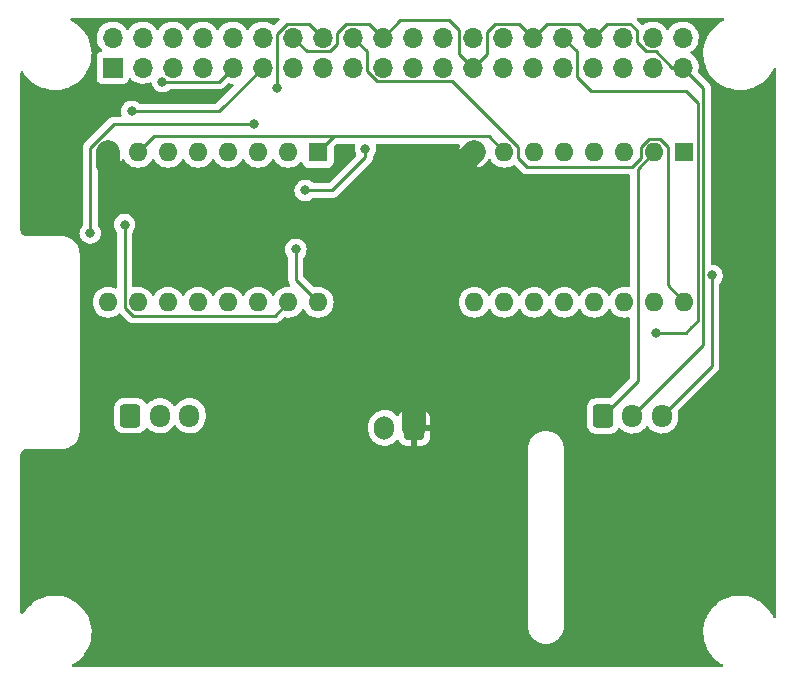
<source format=gbl>
G04 #@! TF.GenerationSoftware,KiCad,Pcbnew,(6.0.4-0)*
G04 #@! TF.CreationDate,2022-04-11T19:30:25+03:00*
G04 #@! TF.ProjectId,rpi_motor_pcb,7270695f-6d6f-4746-9f72-5f7063622e6b,rev?*
G04 #@! TF.SameCoordinates,Original*
G04 #@! TF.FileFunction,Copper,L2,Bot*
G04 #@! TF.FilePolarity,Positive*
%FSLAX46Y46*%
G04 Gerber Fmt 4.6, Leading zero omitted, Abs format (unit mm)*
G04 Created by KiCad (PCBNEW (6.0.4-0)) date 2022-04-11 19:30:25*
%MOMM*%
%LPD*%
G01*
G04 APERTURE LIST*
G04 Aperture macros list*
%AMRoundRect*
0 Rectangle with rounded corners*
0 $1 Rounding radius*
0 $2 $3 $4 $5 $6 $7 $8 $9 X,Y pos of 4 corners*
0 Add a 4 corners polygon primitive as box body*
4,1,4,$2,$3,$4,$5,$6,$7,$8,$9,$2,$3,0*
0 Add four circle primitives for the rounded corners*
1,1,$1+$1,$2,$3*
1,1,$1+$1,$4,$5*
1,1,$1+$1,$6,$7*
1,1,$1+$1,$8,$9*
0 Add four rect primitives between the rounded corners*
20,1,$1+$1,$2,$3,$4,$5,0*
20,1,$1+$1,$4,$5,$6,$7,0*
20,1,$1+$1,$6,$7,$8,$9,0*
20,1,$1+$1,$8,$9,$2,$3,0*%
G04 Aperture macros list end*
G04 #@! TA.AperFunction,ComponentPad*
%ADD10RoundRect,0.250000X-0.600000X-0.725000X0.600000X-0.725000X0.600000X0.725000X-0.600000X0.725000X0*%
G04 #@! TD*
G04 #@! TA.AperFunction,ComponentPad*
%ADD11O,1.700000X1.950000*%
G04 #@! TD*
G04 #@! TA.AperFunction,ComponentPad*
%ADD12RoundRect,0.250000X0.600000X0.750000X-0.600000X0.750000X-0.600000X-0.750000X0.600000X-0.750000X0*%
G04 #@! TD*
G04 #@! TA.AperFunction,ComponentPad*
%ADD13O,1.700000X2.000000*%
G04 #@! TD*
G04 #@! TA.AperFunction,ComponentPad*
%ADD14R,1.600000X1.600000*%
G04 #@! TD*
G04 #@! TA.AperFunction,ComponentPad*
%ADD15O,1.600000X1.600000*%
G04 #@! TD*
G04 #@! TA.AperFunction,ComponentPad*
%ADD16R,1.700000X1.700000*%
G04 #@! TD*
G04 #@! TA.AperFunction,ComponentPad*
%ADD17O,1.700000X1.700000*%
G04 #@! TD*
G04 #@! TA.AperFunction,ViaPad*
%ADD18C,0.800000*%
G04 #@! TD*
G04 #@! TA.AperFunction,Conductor*
%ADD19C,0.250000*%
G04 #@! TD*
G04 #@! TA.AperFunction,Conductor*
%ADD20C,2.000000*%
G04 #@! TD*
G04 APERTURE END LIST*
D10*
G04 #@! TO.P,J3,1,Pin_1*
G04 #@! TO.N,Net-(J1-Pad2)*
X38000000Y-60475000D03*
D11*
G04 #@! TO.P,J3,2,Pin_2*
G04 #@! TO.N,Net-(J1-Pad20)*
X40500000Y-60475000D03*
G04 #@! TO.P,J3,3,Pin_3*
G04 #@! TO.N,/Y+*
X43000000Y-60475000D03*
G04 #@! TD*
D12*
G04 #@! TO.P,J4,1,Pin_1*
G04 #@! TO.N,/Vmot*
X62000000Y-61500000D03*
D13*
G04 #@! TO.P,J4,2,Pin_2*
G04 #@! TO.N,Net-(A1-Pad1)*
X59500000Y-61500000D03*
G04 #@! TD*
D14*
G04 #@! TO.P,A2,1,GND*
G04 #@! TO.N,Net-(A1-Pad1)*
X84890000Y-38160000D03*
D15*
G04 #@! TO.P,A2,2,VDD*
G04 #@! TO.N,Net-(J1-Pad2)*
X82350000Y-38160000D03*
G04 #@! TO.P,A2,3,1B*
G04 #@! TO.N,unconnected-(A2-Pad3)*
X79810000Y-38160000D03*
G04 #@! TO.P,A2,4,1A*
G04 #@! TO.N,unconnected-(A2-Pad4)*
X77270000Y-38160000D03*
G04 #@! TO.P,A2,5,2A*
G04 #@! TO.N,unconnected-(A2-Pad5)*
X74730000Y-38160000D03*
G04 #@! TO.P,A2,6,2B*
G04 #@! TO.N,unconnected-(A2-Pad6)*
X72190000Y-38160000D03*
G04 #@! TO.P,A2,7,GND*
G04 #@! TO.N,Net-(A1-Pad1)*
X69650000Y-38160000D03*
G04 #@! TO.P,A2,8,VMOT*
G04 #@! TO.N,/Vmot*
X67110000Y-38160000D03*
G04 #@! TO.P,A2,9,~{ENABLE}*
G04 #@! TO.N,/MotY En*
X67110000Y-50860000D03*
G04 #@! TO.P,A2,10,MS1*
G04 #@! TO.N,unconnected-(A2-Pad10)*
X69650000Y-50860000D03*
G04 #@! TO.P,A2,11,MS2*
G04 #@! TO.N,unconnected-(A2-Pad11)*
X72190000Y-50860000D03*
G04 #@! TO.P,A2,12,MS3*
G04 #@! TO.N,unconnected-(A2-Pad12)*
X74730000Y-50860000D03*
G04 #@! TO.P,A2,13,~{RESET}*
G04 #@! TO.N,unconnected-(A2-Pad13)*
X77270000Y-50860000D03*
G04 #@! TO.P,A2,14,~{SLEEP}*
G04 #@! TO.N,unconnected-(A2-Pad14)*
X79810000Y-50860000D03*
G04 #@! TO.P,A2,15,STEP*
G04 #@! TO.N,/MotY Step*
X82350000Y-50860000D03*
G04 #@! TO.P,A2,16,DIR*
G04 #@! TO.N,/MotY DIR*
X84890000Y-50860000D03*
G04 #@! TD*
D14*
G04 #@! TO.P,A1,1,GND*
G04 #@! TO.N,Net-(A1-Pad1)*
X53890000Y-38160000D03*
D15*
G04 #@! TO.P,A1,2,VDD*
G04 #@! TO.N,Net-(J1-Pad2)*
X51350000Y-38160000D03*
G04 #@! TO.P,A1,3,1B*
G04 #@! TO.N,unconnected-(A1-Pad3)*
X48810000Y-38160000D03*
G04 #@! TO.P,A1,4,1A*
G04 #@! TO.N,unconnected-(A1-Pad4)*
X46270000Y-38160000D03*
G04 #@! TO.P,A1,5,2A*
G04 #@! TO.N,unconnected-(A1-Pad5)*
X43730000Y-38160000D03*
G04 #@! TO.P,A1,6,2B*
G04 #@! TO.N,unconnected-(A1-Pad6)*
X41190000Y-38160000D03*
G04 #@! TO.P,A1,7,GND*
G04 #@! TO.N,Net-(A1-Pad1)*
X38650000Y-38160000D03*
G04 #@! TO.P,A1,8,VMOT*
G04 #@! TO.N,/Vmot*
X36110000Y-38160000D03*
G04 #@! TO.P,A1,9,~{ENABLE}*
G04 #@! TO.N,/MotX En*
X36110000Y-50860000D03*
G04 #@! TO.P,A1,10,MS1*
G04 #@! TO.N,unconnected-(A1-Pad10)*
X38650000Y-50860000D03*
G04 #@! TO.P,A1,11,MS2*
G04 #@! TO.N,unconnected-(A1-Pad11)*
X41190000Y-50860000D03*
G04 #@! TO.P,A1,12,MS3*
G04 #@! TO.N,unconnected-(A1-Pad12)*
X43730000Y-50860000D03*
G04 #@! TO.P,A1,13,~{RESET}*
G04 #@! TO.N,unconnected-(A1-Pad13)*
X46270000Y-50860000D03*
G04 #@! TO.P,A1,14,~{SLEEP}*
G04 #@! TO.N,unconnected-(A1-Pad14)*
X48810000Y-50860000D03*
G04 #@! TO.P,A1,15,STEP*
G04 #@! TO.N,/MotX Step*
X51350000Y-50860000D03*
G04 #@! TO.P,A1,16,DIR*
G04 #@! TO.N,/MotX DIR*
X53890000Y-50860000D03*
G04 #@! TD*
D10*
G04 #@! TO.P,J2,1,Pin_1*
G04 #@! TO.N,Net-(J1-Pad2)*
X78000000Y-60500000D03*
D11*
G04 #@! TO.P,J2,2,Pin_2*
G04 #@! TO.N,Net-(J1-Pad20)*
X80500000Y-60500000D03*
G04 #@! TO.P,J2,3,Pin_3*
G04 #@! TO.N,/X+*
X83000000Y-60500000D03*
G04 #@! TD*
D16*
G04 #@! TO.P,J1,1,3V3*
G04 #@! TO.N,unconnected-(J1-Pad1)*
X36500000Y-31000000D03*
D17*
G04 #@! TO.P,J1,2,5V*
G04 #@! TO.N,Net-(J1-Pad2)*
X36500000Y-28460000D03*
G04 #@! TO.P,J1,3,SDA/GPIO2*
G04 #@! TO.N,unconnected-(J1-Pad3)*
X39040000Y-31000000D03*
G04 #@! TO.P,J1,4,5V*
G04 #@! TO.N,Net-(J1-Pad2)*
X39040000Y-28460000D03*
G04 #@! TO.P,J1,5,SCL/GPIO3*
G04 #@! TO.N,unconnected-(J1-Pad5)*
X41580000Y-31000000D03*
G04 #@! TO.P,J1,6,GND*
G04 #@! TO.N,Net-(J1-Pad20)*
X41580000Y-28460000D03*
G04 #@! TO.P,J1,7,GCLK0/GPIO4*
G04 #@! TO.N,unconnected-(J1-Pad7)*
X44120000Y-31000000D03*
G04 #@! TO.P,J1,8,GPIO14/TXD*
G04 #@! TO.N,unconnected-(J1-Pad8)*
X44120000Y-28460000D03*
G04 #@! TO.P,J1,9,GND*
G04 #@! TO.N,Net-(J1-Pad20)*
X46660000Y-31000000D03*
G04 #@! TO.P,J1,10,GPIO15/RXD*
G04 #@! TO.N,unconnected-(J1-Pad10)*
X46660000Y-28460000D03*
G04 #@! TO.P,J1,11,GPIO17*
G04 #@! TO.N,/MotX Step*
X49200000Y-31000000D03*
G04 #@! TO.P,J1,12,GPIO18/PWM0*
G04 #@! TO.N,unconnected-(J1-Pad12)*
X49200000Y-28460000D03*
G04 #@! TO.P,J1,13,GPIO27*
G04 #@! TO.N,unconnected-(J1-Pad13)*
X51740000Y-31000000D03*
G04 #@! TO.P,J1,14,GND*
G04 #@! TO.N,Net-(J1-Pad20)*
X51740000Y-28460000D03*
G04 #@! TO.P,J1,15,GPIO22*
G04 #@! TO.N,/MotX DIR*
X54280000Y-31000000D03*
G04 #@! TO.P,J1,16,GPIO23*
G04 #@! TO.N,/MotX En*
X54280000Y-28460000D03*
G04 #@! TO.P,J1,17,3V3*
G04 #@! TO.N,unconnected-(J1-Pad17)*
X56820000Y-31000000D03*
G04 #@! TO.P,J1,18,GPIO24*
G04 #@! TO.N,/MotY DIR*
X56820000Y-28460000D03*
G04 #@! TO.P,J1,19,MOSI0/GPIO10*
G04 #@! TO.N,unconnected-(J1-Pad19)*
X59360000Y-31000000D03*
G04 #@! TO.P,J1,20,GND*
G04 #@! TO.N,Net-(J1-Pad20)*
X59360000Y-28460000D03*
G04 #@! TO.P,J1,21,MISO0/GPIO9*
G04 #@! TO.N,unconnected-(J1-Pad21)*
X61900000Y-31000000D03*
G04 #@! TO.P,J1,22,GPIO25*
G04 #@! TO.N,/MotY Step*
X61900000Y-28460000D03*
G04 #@! TO.P,J1,23,SCLK0/GPIO11*
G04 #@! TO.N,unconnected-(J1-Pad23)*
X64440000Y-31000000D03*
G04 #@! TO.P,J1,24,~{CE0}/GPIO8*
G04 #@! TO.N,unconnected-(J1-Pad24)*
X64440000Y-28460000D03*
G04 #@! TO.P,J1,25,GND*
G04 #@! TO.N,Net-(J1-Pad20)*
X66980000Y-31000000D03*
G04 #@! TO.P,J1,26,~{CE1}/GPIO7*
G04 #@! TO.N,unconnected-(J1-Pad26)*
X66980000Y-28460000D03*
G04 #@! TO.P,J1,27,ID_SD/GPIO0*
G04 #@! TO.N,unconnected-(J1-Pad27)*
X69520000Y-31000000D03*
G04 #@! TO.P,J1,28,ID_SC/GPIO1*
G04 #@! TO.N,unconnected-(J1-Pad28)*
X69520000Y-28460000D03*
G04 #@! TO.P,J1,29,GCLK1/GPIO5*
G04 #@! TO.N,unconnected-(J1-Pad29)*
X72060000Y-31000000D03*
G04 #@! TO.P,J1,30,GND*
G04 #@! TO.N,Net-(J1-Pad20)*
X72060000Y-28460000D03*
G04 #@! TO.P,J1,31,GCLK2/GPIO6*
G04 #@! TO.N,unconnected-(J1-Pad31)*
X74600000Y-31000000D03*
G04 #@! TO.P,J1,32,PWM0/GPIO12*
G04 #@! TO.N,/MotY En*
X74600000Y-28460000D03*
G04 #@! TO.P,J1,33,PWM1/GPIO13*
G04 #@! TO.N,unconnected-(J1-Pad33)*
X77140000Y-31000000D03*
G04 #@! TO.P,J1,34,GND*
G04 #@! TO.N,Net-(J1-Pad20)*
X77140000Y-28460000D03*
G04 #@! TO.P,J1,35,GPIO19/MISO1*
G04 #@! TO.N,unconnected-(J1-Pad35)*
X79680000Y-31000000D03*
G04 #@! TO.P,J1,36,GPIO16*
G04 #@! TO.N,unconnected-(J1-Pad36)*
X79680000Y-28460000D03*
G04 #@! TO.P,J1,37,GPIO26*
G04 #@! TO.N,unconnected-(J1-Pad37)*
X82220000Y-31000000D03*
G04 #@! TO.P,J1,38,GPIO20/MOSI1*
G04 #@! TO.N,/X+*
X82220000Y-28460000D03*
G04 #@! TO.P,J1,39,GND*
G04 #@! TO.N,Net-(J1-Pad20)*
X84760000Y-31000000D03*
G04 #@! TO.P,J1,40,GPIO21/SCLK1*
G04 #@! TO.N,/Y+*
X84760000Y-28460000D03*
G04 #@! TD*
D18*
G04 #@! TO.N,/MotX En*
X48500000Y-35800000D03*
X34600000Y-45000000D03*
X50400000Y-32700000D03*
G04 #@! TO.N,/MotX Step*
X37500000Y-44300000D03*
X38100000Y-34700000D03*
G04 #@! TO.N,/MotX DIR*
X52000000Y-46400000D03*
X52800000Y-41400000D03*
X57900000Y-37900000D03*
G04 #@! TO.N,/MotY En*
X82500000Y-53500000D03*
G04 #@! TO.N,/X+*
X87224500Y-48600000D03*
G04 #@! TO.N,Net-(J1-Pad20)*
X40700000Y-32200000D03*
G04 #@! TD*
D19*
G04 #@! TO.N,Net-(A1-Pad1)*
X68325480Y-36835480D02*
X39974520Y-36835480D01*
X39974520Y-36835480D02*
X38650000Y-38160000D01*
X69650000Y-38160000D02*
X68325480Y-36835480D01*
X55214520Y-36835480D02*
X53890000Y-38160000D01*
X68325480Y-36835480D02*
X55214520Y-36835480D01*
D20*
G04 #@! TO.N,/Vmot*
X40338151Y-43519521D02*
X36110000Y-39291370D01*
X61750479Y-43519521D02*
X67110000Y-38160000D01*
X61750479Y-43519521D02*
X40338151Y-43519521D01*
X62000000Y-61500000D02*
X62000000Y-43769042D01*
X36110000Y-39291370D02*
X36110000Y-38160000D01*
X62000000Y-43769042D02*
X61750479Y-43519521D01*
D19*
G04 #@! TO.N,/MotX En*
X48500000Y-35800000D02*
X36596846Y-35800000D01*
X54280000Y-28460000D02*
X53105489Y-27285489D01*
X51214511Y-27285489D02*
X50374511Y-28125489D01*
X50374511Y-28946499D02*
X50374511Y-32674511D01*
X50374511Y-28125489D02*
X50374511Y-28946499D01*
X53105489Y-27285489D02*
X51214511Y-27285489D01*
X34600000Y-37796846D02*
X34600000Y-45000000D01*
X50374511Y-32674511D02*
X50400000Y-32700000D01*
X36596846Y-35800000D02*
X34600000Y-37796846D01*
G04 #@! TO.N,/MotX Step*
X38100000Y-34700000D02*
X45500000Y-34700000D01*
X38199700Y-52000000D02*
X50210000Y-52000000D01*
X45500000Y-34700000D02*
X49200000Y-31000000D01*
X37525489Y-50025489D02*
X37525489Y-44325489D01*
X37525489Y-50025489D02*
X37525489Y-51325789D01*
X37525489Y-44325489D02*
X37500000Y-44300000D01*
X37525489Y-51325789D02*
X38199700Y-52000000D01*
X50210000Y-52000000D02*
X51350000Y-50860000D01*
G04 #@! TO.N,/MotX DIR*
X52012621Y-46412621D02*
X52000000Y-46400000D01*
X53890000Y-50860000D02*
X52012621Y-48982621D01*
X55100000Y-41400000D02*
X57900000Y-38600000D01*
X52012621Y-48982621D02*
X52012621Y-46412621D01*
X57900000Y-38600000D02*
X57900000Y-37900000D01*
X52800000Y-41400000D02*
X55100000Y-41400000D01*
G04 #@! TO.N,/MotY En*
X74600000Y-28460000D02*
X75774511Y-29634511D01*
X85000000Y-33000000D02*
X86014511Y-34014511D01*
X75774511Y-31774511D02*
X77000000Y-33000000D01*
X85000000Y-53500000D02*
X83000000Y-53500000D01*
X83000000Y-53500000D02*
X82500000Y-53500000D01*
X85500000Y-53000000D02*
X85000000Y-53500000D01*
X75774511Y-29634511D02*
X75774511Y-31774511D01*
X77000000Y-33000000D02*
X85000000Y-33000000D01*
X86014511Y-34014511D02*
X86014511Y-52485489D01*
X86014511Y-52485489D02*
X85500000Y-53000000D01*
G04 #@! TO.N,/MotY DIR*
X71538014Y-39389292D02*
X70774511Y-38625789D01*
X81884211Y-37035489D02*
X81225489Y-37694211D01*
X58873501Y-32174511D02*
X58000000Y-31301010D01*
X58000000Y-31301010D02*
X58000000Y-29640000D01*
X80484991Y-39389292D02*
X71538014Y-39389292D01*
X70774511Y-38625789D02*
X70774511Y-37694211D01*
X70774511Y-37694211D02*
X65254811Y-32174511D01*
X83474511Y-37694211D02*
X82815789Y-37035489D01*
X65254811Y-32174511D02*
X58873501Y-32174511D01*
X84890000Y-50860000D02*
X83474511Y-49444511D01*
X81225489Y-38648794D02*
X80484991Y-39389292D01*
X83474511Y-49444511D02*
X83474511Y-37694211D01*
X82815789Y-37035489D02*
X81884211Y-37035489D01*
X58000000Y-29640000D02*
X56820000Y-28460000D01*
X81225489Y-37694211D02*
X81225489Y-38648794D01*
G04 #@! TO.N,/X+*
X87224500Y-48600000D02*
X87224500Y-56275500D01*
X87224500Y-56275500D02*
X83000000Y-60500000D01*
G04 #@! TO.N,Net-(J1-Pad20)*
X70885489Y-27285489D02*
X68842523Y-27285489D01*
X65805489Y-27805489D02*
X65000000Y-27000000D01*
X86500000Y-32740000D02*
X84760000Y-31000000D01*
X80854511Y-28854511D02*
X80854511Y-27854511D01*
X59360000Y-28460000D02*
X58185489Y-27285489D01*
X86500000Y-54500000D02*
X86500000Y-32740000D01*
X68154511Y-29825489D02*
X66980000Y-31000000D01*
X65000000Y-27000000D02*
X60820000Y-27000000D01*
X52914511Y-29634511D02*
X51740000Y-28460000D01*
X55454511Y-28045489D02*
X55454511Y-29045489D01*
X56214511Y-27285489D02*
X55454511Y-28045489D01*
X54865489Y-29634511D02*
X52914511Y-29634511D01*
X60820000Y-27000000D02*
X59360000Y-28460000D01*
X80854511Y-27854511D02*
X80285489Y-27285489D01*
X84760000Y-31000000D02*
X83881010Y-31000000D01*
X68154511Y-27973501D02*
X68154511Y-29825489D01*
X80500000Y-60500000D02*
X86500000Y-54500000D01*
X68842523Y-27285489D02*
X68154511Y-27973501D01*
X45460000Y-32200000D02*
X46660000Y-31000000D01*
X72060000Y-28460000D02*
X70885489Y-27285489D01*
X78314511Y-27285489D02*
X77140000Y-28460000D01*
X75965489Y-27285489D02*
X73234511Y-27285489D01*
X40700000Y-32200000D02*
X45460000Y-32200000D01*
X65805489Y-29825489D02*
X65805489Y-27805489D01*
X66980000Y-31000000D02*
X65805489Y-29825489D01*
X80285489Y-27285489D02*
X78314511Y-27285489D01*
X55454511Y-29045489D02*
X54865489Y-29634511D01*
X81634511Y-29634511D02*
X80854511Y-28854511D01*
X73234511Y-27285489D02*
X72060000Y-28460000D01*
X82515521Y-29634511D02*
X81634511Y-29634511D01*
X83881010Y-31000000D02*
X82515521Y-29634511D01*
X77140000Y-28460000D02*
X75965489Y-27285489D01*
X58185489Y-27285489D02*
X56214511Y-27285489D01*
G04 #@! TO.N,Net-(J1-Pad2)*
X78000000Y-60500000D02*
X80934511Y-57565489D01*
X80934511Y-39575489D02*
X82350000Y-38160000D01*
X80934511Y-57565489D02*
X80934511Y-39575489D01*
G04 #@! TD*
G04 #@! TA.AperFunction,Conductor*
G04 #@! TO.N,/Vmot*
G36*
X50580846Y-26807182D02*
G01*
X50627339Y-26860838D01*
X50637443Y-26931112D01*
X50607949Y-26995692D01*
X50601820Y-27002275D01*
X50215267Y-27388828D01*
X50152955Y-27422854D01*
X50082140Y-27417789D01*
X50048084Y-27398618D01*
X49954359Y-27324598D01*
X49758789Y-27216638D01*
X49753920Y-27214914D01*
X49753916Y-27214912D01*
X49553087Y-27143795D01*
X49553083Y-27143794D01*
X49548212Y-27142069D01*
X49543119Y-27141162D01*
X49543116Y-27141161D01*
X49333373Y-27103800D01*
X49333367Y-27103799D01*
X49328284Y-27102894D01*
X49254452Y-27101992D01*
X49110081Y-27100228D01*
X49110079Y-27100228D01*
X49104911Y-27100165D01*
X48884091Y-27133955D01*
X48671756Y-27203357D01*
X48641443Y-27219137D01*
X48495545Y-27295087D01*
X48473607Y-27306507D01*
X48469474Y-27309610D01*
X48469471Y-27309612D01*
X48299100Y-27437530D01*
X48294965Y-27440635D01*
X48140629Y-27602138D01*
X48033201Y-27759621D01*
X47978293Y-27804621D01*
X47907768Y-27812792D01*
X47844021Y-27781538D01*
X47823324Y-27757054D01*
X47742822Y-27632617D01*
X47742820Y-27632614D01*
X47740014Y-27628277D01*
X47589670Y-27463051D01*
X47585619Y-27459852D01*
X47585615Y-27459848D01*
X47418414Y-27327800D01*
X47418408Y-27327796D01*
X47414359Y-27324598D01*
X47218789Y-27216638D01*
X47213920Y-27214914D01*
X47213916Y-27214912D01*
X47013087Y-27143795D01*
X47013083Y-27143794D01*
X47008212Y-27142069D01*
X47003119Y-27141162D01*
X47003116Y-27141161D01*
X46793373Y-27103800D01*
X46793367Y-27103799D01*
X46788284Y-27102894D01*
X46714452Y-27101992D01*
X46570081Y-27100228D01*
X46570079Y-27100228D01*
X46564911Y-27100165D01*
X46344091Y-27133955D01*
X46131756Y-27203357D01*
X46101443Y-27219137D01*
X45955545Y-27295087D01*
X45933607Y-27306507D01*
X45929474Y-27309610D01*
X45929471Y-27309612D01*
X45759100Y-27437530D01*
X45754965Y-27440635D01*
X45600629Y-27602138D01*
X45493201Y-27759621D01*
X45438293Y-27804621D01*
X45367768Y-27812792D01*
X45304021Y-27781538D01*
X45283324Y-27757054D01*
X45202822Y-27632617D01*
X45202820Y-27632614D01*
X45200014Y-27628277D01*
X45049670Y-27463051D01*
X45045619Y-27459852D01*
X45045615Y-27459848D01*
X44878414Y-27327800D01*
X44878408Y-27327796D01*
X44874359Y-27324598D01*
X44678789Y-27216638D01*
X44673920Y-27214914D01*
X44673916Y-27214912D01*
X44473087Y-27143795D01*
X44473083Y-27143794D01*
X44468212Y-27142069D01*
X44463119Y-27141162D01*
X44463116Y-27141161D01*
X44253373Y-27103800D01*
X44253367Y-27103799D01*
X44248284Y-27102894D01*
X44174452Y-27101992D01*
X44030081Y-27100228D01*
X44030079Y-27100228D01*
X44024911Y-27100165D01*
X43804091Y-27133955D01*
X43591756Y-27203357D01*
X43561443Y-27219137D01*
X43415545Y-27295087D01*
X43393607Y-27306507D01*
X43389474Y-27309610D01*
X43389471Y-27309612D01*
X43219100Y-27437530D01*
X43214965Y-27440635D01*
X43060629Y-27602138D01*
X42953201Y-27759621D01*
X42898293Y-27804621D01*
X42827768Y-27812792D01*
X42764021Y-27781538D01*
X42743324Y-27757054D01*
X42662822Y-27632617D01*
X42662820Y-27632614D01*
X42660014Y-27628277D01*
X42509670Y-27463051D01*
X42505619Y-27459852D01*
X42505615Y-27459848D01*
X42338414Y-27327800D01*
X42338408Y-27327796D01*
X42334359Y-27324598D01*
X42138789Y-27216638D01*
X42133920Y-27214914D01*
X42133916Y-27214912D01*
X41933087Y-27143795D01*
X41933083Y-27143794D01*
X41928212Y-27142069D01*
X41923119Y-27141162D01*
X41923116Y-27141161D01*
X41713373Y-27103800D01*
X41713367Y-27103799D01*
X41708284Y-27102894D01*
X41634452Y-27101992D01*
X41490081Y-27100228D01*
X41490079Y-27100228D01*
X41484911Y-27100165D01*
X41264091Y-27133955D01*
X41051756Y-27203357D01*
X41021443Y-27219137D01*
X40875545Y-27295087D01*
X40853607Y-27306507D01*
X40849474Y-27309610D01*
X40849471Y-27309612D01*
X40679100Y-27437530D01*
X40674965Y-27440635D01*
X40520629Y-27602138D01*
X40413201Y-27759621D01*
X40358293Y-27804621D01*
X40287768Y-27812792D01*
X40224021Y-27781538D01*
X40203324Y-27757054D01*
X40122822Y-27632617D01*
X40122820Y-27632614D01*
X40120014Y-27628277D01*
X39969670Y-27463051D01*
X39965619Y-27459852D01*
X39965615Y-27459848D01*
X39798414Y-27327800D01*
X39798408Y-27327796D01*
X39794359Y-27324598D01*
X39598789Y-27216638D01*
X39593920Y-27214914D01*
X39593916Y-27214912D01*
X39393087Y-27143795D01*
X39393083Y-27143794D01*
X39388212Y-27142069D01*
X39383119Y-27141162D01*
X39383116Y-27141161D01*
X39173373Y-27103800D01*
X39173367Y-27103799D01*
X39168284Y-27102894D01*
X39094452Y-27101992D01*
X38950081Y-27100228D01*
X38950079Y-27100228D01*
X38944911Y-27100165D01*
X38724091Y-27133955D01*
X38511756Y-27203357D01*
X38481443Y-27219137D01*
X38335545Y-27295087D01*
X38313607Y-27306507D01*
X38309474Y-27309610D01*
X38309471Y-27309612D01*
X38139100Y-27437530D01*
X38134965Y-27440635D01*
X37980629Y-27602138D01*
X37873201Y-27759621D01*
X37818293Y-27804621D01*
X37747768Y-27812792D01*
X37684021Y-27781538D01*
X37663324Y-27757054D01*
X37582822Y-27632617D01*
X37582820Y-27632614D01*
X37580014Y-27628277D01*
X37429670Y-27463051D01*
X37425619Y-27459852D01*
X37425615Y-27459848D01*
X37258414Y-27327800D01*
X37258408Y-27327796D01*
X37254359Y-27324598D01*
X37058789Y-27216638D01*
X37053920Y-27214914D01*
X37053916Y-27214912D01*
X36853087Y-27143795D01*
X36853083Y-27143794D01*
X36848212Y-27142069D01*
X36843119Y-27141162D01*
X36843116Y-27141161D01*
X36633373Y-27103800D01*
X36633367Y-27103799D01*
X36628284Y-27102894D01*
X36554452Y-27101992D01*
X36410081Y-27100228D01*
X36410079Y-27100228D01*
X36404911Y-27100165D01*
X36184091Y-27133955D01*
X35971756Y-27203357D01*
X35941443Y-27219137D01*
X35795545Y-27295087D01*
X35773607Y-27306507D01*
X35769474Y-27309610D01*
X35769471Y-27309612D01*
X35599100Y-27437530D01*
X35594965Y-27440635D01*
X35440629Y-27602138D01*
X35314743Y-27786680D01*
X35220688Y-27989305D01*
X35160989Y-28204570D01*
X35137251Y-28426695D01*
X35137548Y-28431848D01*
X35137548Y-28431851D01*
X35143011Y-28526590D01*
X35150110Y-28649715D01*
X35151247Y-28654761D01*
X35151248Y-28654767D01*
X35168082Y-28729464D01*
X35199222Y-28867639D01*
X35283266Y-29074616D01*
X35329996Y-29150873D01*
X35397291Y-29260688D01*
X35399987Y-29265088D01*
X35546250Y-29433938D01*
X35550230Y-29437242D01*
X35554981Y-29441187D01*
X35594616Y-29500090D01*
X35596113Y-29571071D01*
X35558997Y-29631593D01*
X35518725Y-29656112D01*
X35430095Y-29689338D01*
X35403295Y-29699385D01*
X35286739Y-29786739D01*
X35199385Y-29903295D01*
X35148255Y-30039684D01*
X35141500Y-30101866D01*
X35141500Y-31898134D01*
X35148255Y-31960316D01*
X35199385Y-32096705D01*
X35286739Y-32213261D01*
X35403295Y-32300615D01*
X35539684Y-32351745D01*
X35601866Y-32358500D01*
X37398134Y-32358500D01*
X37460316Y-32351745D01*
X37596705Y-32300615D01*
X37713261Y-32213261D01*
X37800615Y-32096705D01*
X37823220Y-32036407D01*
X37844598Y-31979382D01*
X37887240Y-31922618D01*
X37953802Y-31897918D01*
X38023150Y-31913126D01*
X38057817Y-31941114D01*
X38086250Y-31973938D01*
X38258126Y-32116632D01*
X38451000Y-32229338D01*
X38455825Y-32231180D01*
X38455826Y-32231181D01*
X38488317Y-32243588D01*
X38659692Y-32309030D01*
X38664760Y-32310061D01*
X38664763Y-32310062D01*
X38772017Y-32331883D01*
X38878597Y-32353567D01*
X38883772Y-32353757D01*
X38883774Y-32353757D01*
X39096673Y-32361564D01*
X39096677Y-32361564D01*
X39101837Y-32361753D01*
X39106957Y-32361097D01*
X39106959Y-32361097D01*
X39318288Y-32334025D01*
X39318289Y-32334025D01*
X39323416Y-32333368D01*
X39337919Y-32329017D01*
X39532429Y-32270661D01*
X39532434Y-32270659D01*
X39537384Y-32269174D01*
X39619317Y-32229036D01*
X39689288Y-32217030D01*
X39754645Y-32244760D01*
X39794635Y-32303423D01*
X39800056Y-32329017D01*
X39805307Y-32378973D01*
X39806458Y-32389928D01*
X39865473Y-32571556D01*
X39868776Y-32577278D01*
X39868777Y-32577279D01*
X39875843Y-32589517D01*
X39960960Y-32736944D01*
X39965378Y-32741851D01*
X39965379Y-32741852D01*
X40047452Y-32833003D01*
X40088747Y-32878866D01*
X40243248Y-32991118D01*
X40249276Y-32993802D01*
X40249278Y-32993803D01*
X40409799Y-33065271D01*
X40417712Y-33068794D01*
X40511113Y-33088647D01*
X40598056Y-33107128D01*
X40598061Y-33107128D01*
X40604513Y-33108500D01*
X40795487Y-33108500D01*
X40801939Y-33107128D01*
X40801944Y-33107128D01*
X40888887Y-33088647D01*
X40982288Y-33068794D01*
X40990201Y-33065271D01*
X41150722Y-32993803D01*
X41150724Y-32993802D01*
X41156752Y-32991118D01*
X41311253Y-32878866D01*
X41315668Y-32873963D01*
X41320580Y-32869540D01*
X41321705Y-32870789D01*
X41375014Y-32837949D01*
X41408200Y-32833500D01*
X45381233Y-32833500D01*
X45392416Y-32834027D01*
X45399909Y-32835702D01*
X45407835Y-32835453D01*
X45407836Y-32835453D01*
X45467986Y-32833562D01*
X45471945Y-32833500D01*
X45499856Y-32833500D01*
X45503791Y-32833003D01*
X45503856Y-32832995D01*
X45515693Y-32832062D01*
X45547951Y-32831048D01*
X45551970Y-32830922D01*
X45559889Y-32830673D01*
X45579343Y-32825021D01*
X45598700Y-32821013D01*
X45610930Y-32819468D01*
X45610931Y-32819468D01*
X45618797Y-32818474D01*
X45626168Y-32815555D01*
X45626170Y-32815555D01*
X45659912Y-32802196D01*
X45671142Y-32798351D01*
X45705983Y-32788229D01*
X45705984Y-32788229D01*
X45713593Y-32786018D01*
X45720412Y-32781985D01*
X45720417Y-32781983D01*
X45731028Y-32775707D01*
X45748776Y-32767012D01*
X45767617Y-32759552D01*
X45803387Y-32733564D01*
X45813307Y-32727048D01*
X45844535Y-32708580D01*
X45844538Y-32708578D01*
X45851362Y-32704542D01*
X45865683Y-32690221D01*
X45880717Y-32677380D01*
X45890694Y-32670131D01*
X45897107Y-32665472D01*
X45925298Y-32631395D01*
X45933288Y-32622616D01*
X46204549Y-32351355D01*
X46266861Y-32317329D01*
X46318762Y-32316979D01*
X46498597Y-32353567D01*
X46503771Y-32353757D01*
X46503773Y-32353757D01*
X46571293Y-32356233D01*
X46645649Y-32358959D01*
X46712990Y-32381443D01*
X46757486Y-32436767D01*
X46765008Y-32507364D01*
X46730126Y-32573969D01*
X45274500Y-34029595D01*
X45212188Y-34063621D01*
X45185405Y-34066500D01*
X38808200Y-34066500D01*
X38740079Y-34046498D01*
X38720853Y-34030157D01*
X38720580Y-34030460D01*
X38715668Y-34026037D01*
X38711253Y-34021134D01*
X38556752Y-33908882D01*
X38550724Y-33906198D01*
X38550722Y-33906197D01*
X38388319Y-33833891D01*
X38388318Y-33833891D01*
X38382288Y-33831206D01*
X38288888Y-33811353D01*
X38201944Y-33792872D01*
X38201939Y-33792872D01*
X38195487Y-33791500D01*
X38004513Y-33791500D01*
X37998061Y-33792872D01*
X37998056Y-33792872D01*
X37911112Y-33811353D01*
X37817712Y-33831206D01*
X37811682Y-33833891D01*
X37811681Y-33833891D01*
X37649278Y-33906197D01*
X37649276Y-33906198D01*
X37643248Y-33908882D01*
X37488747Y-34021134D01*
X37484326Y-34026044D01*
X37484325Y-34026045D01*
X37450492Y-34063621D01*
X37360960Y-34163056D01*
X37302686Y-34263990D01*
X37280555Y-34302322D01*
X37265473Y-34328444D01*
X37206458Y-34510072D01*
X37186496Y-34700000D01*
X37206458Y-34889928D01*
X37208498Y-34896206D01*
X37242731Y-35001564D01*
X37244759Y-35072531D01*
X37208096Y-35133329D01*
X37144384Y-35164655D01*
X37122898Y-35166500D01*
X36675614Y-35166500D01*
X36664431Y-35165973D01*
X36656938Y-35164298D01*
X36649012Y-35164547D01*
X36649011Y-35164547D01*
X36588848Y-35166438D01*
X36584890Y-35166500D01*
X36556990Y-35166500D01*
X36553000Y-35167004D01*
X36541166Y-35167936D01*
X36496957Y-35169326D01*
X36489343Y-35171538D01*
X36489338Y-35171539D01*
X36477505Y-35174977D01*
X36458142Y-35178988D01*
X36438049Y-35181526D01*
X36430682Y-35184443D01*
X36430677Y-35184444D01*
X36396938Y-35197802D01*
X36385711Y-35201646D01*
X36343253Y-35213982D01*
X36336427Y-35218019D01*
X36325818Y-35224293D01*
X36308070Y-35232988D01*
X36289229Y-35240448D01*
X36282813Y-35245110D01*
X36282812Y-35245110D01*
X36253459Y-35266436D01*
X36243539Y-35272952D01*
X36212311Y-35291420D01*
X36212308Y-35291422D01*
X36205484Y-35295458D01*
X36191163Y-35309779D01*
X36176130Y-35322619D01*
X36159739Y-35334528D01*
X36154688Y-35340634D01*
X36131548Y-35368605D01*
X36123558Y-35377384D01*
X34207747Y-37293194D01*
X34199461Y-37300734D01*
X34192982Y-37304846D01*
X34187557Y-37310623D01*
X34146357Y-37354497D01*
X34143602Y-37357339D01*
X34123865Y-37377076D01*
X34121385Y-37380273D01*
X34113682Y-37389293D01*
X34083414Y-37421525D01*
X34079595Y-37428471D01*
X34079593Y-37428474D01*
X34073652Y-37439280D01*
X34062801Y-37455799D01*
X34050386Y-37471805D01*
X34047241Y-37479074D01*
X34047238Y-37479078D01*
X34032826Y-37512383D01*
X34027609Y-37523033D01*
X34006305Y-37561786D01*
X34004334Y-37569461D01*
X34004334Y-37569462D01*
X34001267Y-37581408D01*
X33994863Y-37600112D01*
X33986819Y-37618701D01*
X33985580Y-37626524D01*
X33985577Y-37626534D01*
X33979901Y-37662370D01*
X33977495Y-37673990D01*
X33968472Y-37709135D01*
X33966500Y-37716816D01*
X33966500Y-37737070D01*
X33964949Y-37756780D01*
X33961780Y-37776789D01*
X33962526Y-37784681D01*
X33965941Y-37820807D01*
X33966500Y-37832665D01*
X33966500Y-44297476D01*
X33946498Y-44365597D01*
X33934142Y-44381779D01*
X33860960Y-44463056D01*
X33765473Y-44628444D01*
X33706458Y-44810072D01*
X33705768Y-44816633D01*
X33705768Y-44816635D01*
X33698262Y-44888055D01*
X33686496Y-45000000D01*
X33706458Y-45189928D01*
X33765473Y-45371556D01*
X33768776Y-45377278D01*
X33768777Y-45377279D01*
X33784865Y-45405144D01*
X33860960Y-45536944D01*
X33865378Y-45541851D01*
X33865379Y-45541852D01*
X33925733Y-45608882D01*
X33988747Y-45678866D01*
X34143248Y-45791118D01*
X34149276Y-45793802D01*
X34149278Y-45793803D01*
X34304824Y-45863056D01*
X34317712Y-45868794D01*
X34411112Y-45888647D01*
X34498056Y-45907128D01*
X34498061Y-45907128D01*
X34504513Y-45908500D01*
X34695487Y-45908500D01*
X34701939Y-45907128D01*
X34701944Y-45907128D01*
X34788888Y-45888647D01*
X34882288Y-45868794D01*
X34895176Y-45863056D01*
X35050722Y-45793803D01*
X35050724Y-45793802D01*
X35056752Y-45791118D01*
X35211253Y-45678866D01*
X35274267Y-45608882D01*
X35334621Y-45541852D01*
X35334622Y-45541851D01*
X35339040Y-45536944D01*
X35415135Y-45405144D01*
X35431223Y-45377279D01*
X35431224Y-45377278D01*
X35434527Y-45371556D01*
X35493542Y-45189928D01*
X35513504Y-45000000D01*
X35501738Y-44888055D01*
X35494232Y-44816635D01*
X35494232Y-44816633D01*
X35493542Y-44810072D01*
X35434527Y-44628444D01*
X35339040Y-44463056D01*
X35265863Y-44381785D01*
X35235147Y-44317779D01*
X35233500Y-44297476D01*
X35233500Y-39385085D01*
X35253502Y-39316964D01*
X35307158Y-39270471D01*
X35377432Y-39260367D01*
X35431770Y-39281871D01*
X35448996Y-39293932D01*
X35458489Y-39299414D01*
X35655947Y-39391490D01*
X35666239Y-39395236D01*
X35838503Y-39441394D01*
X35852599Y-39441058D01*
X35856000Y-39433116D01*
X35856000Y-38032000D01*
X35876002Y-37963879D01*
X35929658Y-37917386D01*
X35982000Y-37906000D01*
X36238000Y-37906000D01*
X36306121Y-37926002D01*
X36352614Y-37979658D01*
X36364000Y-38032000D01*
X36364000Y-39427967D01*
X36367973Y-39441498D01*
X36376522Y-39442727D01*
X36553761Y-39395236D01*
X36564053Y-39391490D01*
X36761511Y-39299414D01*
X36771007Y-39293931D01*
X36949467Y-39168972D01*
X36957875Y-39161916D01*
X37111916Y-39007875D01*
X37118972Y-38999467D01*
X37243931Y-38821007D01*
X37249414Y-38811511D01*
X37265529Y-38776951D01*
X37312446Y-38723666D01*
X37380723Y-38704205D01*
X37448683Y-38724747D01*
X37493919Y-38776951D01*
X37510151Y-38811762D01*
X37510154Y-38811767D01*
X37512477Y-38816749D01*
X37559891Y-38884463D01*
X37623511Y-38975321D01*
X37643802Y-39004300D01*
X37805700Y-39166198D01*
X37810208Y-39169355D01*
X37810211Y-39169357D01*
X37851542Y-39198297D01*
X37993251Y-39297523D01*
X37998233Y-39299846D01*
X37998238Y-39299849D01*
X38194765Y-39391490D01*
X38200757Y-39394284D01*
X38206065Y-39395706D01*
X38206067Y-39395707D01*
X38416598Y-39452119D01*
X38416600Y-39452119D01*
X38421913Y-39453543D01*
X38650000Y-39473498D01*
X38878087Y-39453543D01*
X38883400Y-39452119D01*
X38883402Y-39452119D01*
X39093933Y-39395707D01*
X39093935Y-39395706D01*
X39099243Y-39394284D01*
X39105235Y-39391490D01*
X39301762Y-39299849D01*
X39301767Y-39299846D01*
X39306749Y-39297523D01*
X39448458Y-39198297D01*
X39489789Y-39169357D01*
X39489792Y-39169355D01*
X39494300Y-39166198D01*
X39656198Y-39004300D01*
X39676490Y-38975321D01*
X39740109Y-38884463D01*
X39787523Y-38816749D01*
X39789846Y-38811767D01*
X39789849Y-38811762D01*
X39805805Y-38777543D01*
X39852722Y-38724258D01*
X39920999Y-38704797D01*
X39988959Y-38725339D01*
X40034195Y-38777543D01*
X40050151Y-38811762D01*
X40050154Y-38811767D01*
X40052477Y-38816749D01*
X40099891Y-38884463D01*
X40163511Y-38975321D01*
X40183802Y-39004300D01*
X40345700Y-39166198D01*
X40350208Y-39169355D01*
X40350211Y-39169357D01*
X40391542Y-39198297D01*
X40533251Y-39297523D01*
X40538233Y-39299846D01*
X40538238Y-39299849D01*
X40734765Y-39391490D01*
X40740757Y-39394284D01*
X40746065Y-39395706D01*
X40746067Y-39395707D01*
X40956598Y-39452119D01*
X40956600Y-39452119D01*
X40961913Y-39453543D01*
X41190000Y-39473498D01*
X41418087Y-39453543D01*
X41423400Y-39452119D01*
X41423402Y-39452119D01*
X41633933Y-39395707D01*
X41633935Y-39395706D01*
X41639243Y-39394284D01*
X41645235Y-39391490D01*
X41841762Y-39299849D01*
X41841767Y-39299846D01*
X41846749Y-39297523D01*
X41988458Y-39198297D01*
X42029789Y-39169357D01*
X42029792Y-39169355D01*
X42034300Y-39166198D01*
X42196198Y-39004300D01*
X42216490Y-38975321D01*
X42280109Y-38884463D01*
X42327523Y-38816749D01*
X42329846Y-38811767D01*
X42329849Y-38811762D01*
X42345805Y-38777543D01*
X42392722Y-38724258D01*
X42460999Y-38704797D01*
X42528959Y-38725339D01*
X42574195Y-38777543D01*
X42590151Y-38811762D01*
X42590154Y-38811767D01*
X42592477Y-38816749D01*
X42639891Y-38884463D01*
X42703511Y-38975321D01*
X42723802Y-39004300D01*
X42885700Y-39166198D01*
X42890208Y-39169355D01*
X42890211Y-39169357D01*
X42931542Y-39198297D01*
X43073251Y-39297523D01*
X43078233Y-39299846D01*
X43078238Y-39299849D01*
X43274765Y-39391490D01*
X43280757Y-39394284D01*
X43286065Y-39395706D01*
X43286067Y-39395707D01*
X43496598Y-39452119D01*
X43496600Y-39452119D01*
X43501913Y-39453543D01*
X43730000Y-39473498D01*
X43958087Y-39453543D01*
X43963400Y-39452119D01*
X43963402Y-39452119D01*
X44173933Y-39395707D01*
X44173935Y-39395706D01*
X44179243Y-39394284D01*
X44185235Y-39391490D01*
X44381762Y-39299849D01*
X44381767Y-39299846D01*
X44386749Y-39297523D01*
X44528458Y-39198297D01*
X44569789Y-39169357D01*
X44569792Y-39169355D01*
X44574300Y-39166198D01*
X44736198Y-39004300D01*
X44756490Y-38975321D01*
X44820109Y-38884463D01*
X44867523Y-38816749D01*
X44869846Y-38811767D01*
X44869849Y-38811762D01*
X44885805Y-38777543D01*
X44932722Y-38724258D01*
X45000999Y-38704797D01*
X45068959Y-38725339D01*
X45114195Y-38777543D01*
X45130151Y-38811762D01*
X45130154Y-38811767D01*
X45132477Y-38816749D01*
X45179891Y-38884463D01*
X45243511Y-38975321D01*
X45263802Y-39004300D01*
X45425700Y-39166198D01*
X45430208Y-39169355D01*
X45430211Y-39169357D01*
X45471542Y-39198297D01*
X45613251Y-39297523D01*
X45618233Y-39299846D01*
X45618238Y-39299849D01*
X45814765Y-39391490D01*
X45820757Y-39394284D01*
X45826065Y-39395706D01*
X45826067Y-39395707D01*
X46036598Y-39452119D01*
X46036600Y-39452119D01*
X46041913Y-39453543D01*
X46270000Y-39473498D01*
X46498087Y-39453543D01*
X46503400Y-39452119D01*
X46503402Y-39452119D01*
X46713933Y-39395707D01*
X46713935Y-39395706D01*
X46719243Y-39394284D01*
X46725235Y-39391490D01*
X46921762Y-39299849D01*
X46921767Y-39299846D01*
X46926749Y-39297523D01*
X47068458Y-39198297D01*
X47109789Y-39169357D01*
X47109792Y-39169355D01*
X47114300Y-39166198D01*
X47276198Y-39004300D01*
X47296490Y-38975321D01*
X47360109Y-38884463D01*
X47407523Y-38816749D01*
X47409846Y-38811767D01*
X47409849Y-38811762D01*
X47425805Y-38777543D01*
X47472722Y-38724258D01*
X47540999Y-38704797D01*
X47608959Y-38725339D01*
X47654195Y-38777543D01*
X47670151Y-38811762D01*
X47670154Y-38811767D01*
X47672477Y-38816749D01*
X47719891Y-38884463D01*
X47783511Y-38975321D01*
X47803802Y-39004300D01*
X47965700Y-39166198D01*
X47970208Y-39169355D01*
X47970211Y-39169357D01*
X48011542Y-39198297D01*
X48153251Y-39297523D01*
X48158233Y-39299846D01*
X48158238Y-39299849D01*
X48354765Y-39391490D01*
X48360757Y-39394284D01*
X48366065Y-39395706D01*
X48366067Y-39395707D01*
X48576598Y-39452119D01*
X48576600Y-39452119D01*
X48581913Y-39453543D01*
X48810000Y-39473498D01*
X49038087Y-39453543D01*
X49043400Y-39452119D01*
X49043402Y-39452119D01*
X49253933Y-39395707D01*
X49253935Y-39395706D01*
X49259243Y-39394284D01*
X49265235Y-39391490D01*
X49461762Y-39299849D01*
X49461767Y-39299846D01*
X49466749Y-39297523D01*
X49608458Y-39198297D01*
X49649789Y-39169357D01*
X49649792Y-39169355D01*
X49654300Y-39166198D01*
X49816198Y-39004300D01*
X49836490Y-38975321D01*
X49900109Y-38884463D01*
X49947523Y-38816749D01*
X49949846Y-38811767D01*
X49949849Y-38811762D01*
X49965805Y-38777543D01*
X50012722Y-38724258D01*
X50080999Y-38704797D01*
X50148959Y-38725339D01*
X50194195Y-38777543D01*
X50210151Y-38811762D01*
X50210154Y-38811767D01*
X50212477Y-38816749D01*
X50259891Y-38884463D01*
X50323511Y-38975321D01*
X50343802Y-39004300D01*
X50505700Y-39166198D01*
X50510208Y-39169355D01*
X50510211Y-39169357D01*
X50551542Y-39198297D01*
X50693251Y-39297523D01*
X50698233Y-39299846D01*
X50698238Y-39299849D01*
X50894765Y-39391490D01*
X50900757Y-39394284D01*
X50906065Y-39395706D01*
X50906067Y-39395707D01*
X51116598Y-39452119D01*
X51116600Y-39452119D01*
X51121913Y-39453543D01*
X51350000Y-39473498D01*
X51578087Y-39453543D01*
X51583400Y-39452119D01*
X51583402Y-39452119D01*
X51793933Y-39395707D01*
X51793935Y-39395706D01*
X51799243Y-39394284D01*
X51805235Y-39391490D01*
X52001762Y-39299849D01*
X52001767Y-39299846D01*
X52006749Y-39297523D01*
X52148458Y-39198297D01*
X52189789Y-39169357D01*
X52189792Y-39169355D01*
X52194300Y-39166198D01*
X52356198Y-39004300D01*
X52359357Y-38999789D01*
X52362892Y-38995576D01*
X52364026Y-38996527D01*
X52414071Y-38956529D01*
X52484690Y-38949224D01*
X52548049Y-38981258D01*
X52584030Y-39042462D01*
X52587082Y-39059517D01*
X52588255Y-39070316D01*
X52639385Y-39206705D01*
X52726739Y-39323261D01*
X52843295Y-39410615D01*
X52979684Y-39461745D01*
X53041866Y-39468500D01*
X54738134Y-39468500D01*
X54800316Y-39461745D01*
X54936705Y-39410615D01*
X55053261Y-39323261D01*
X55140615Y-39206705D01*
X55191745Y-39070316D01*
X55198500Y-39008134D01*
X55198500Y-37799594D01*
X55218502Y-37731473D01*
X55235405Y-37710499D01*
X55440019Y-37505885D01*
X55502331Y-37471859D01*
X55529114Y-37468980D01*
X56911370Y-37468980D01*
X56979491Y-37488982D01*
X57025984Y-37542638D01*
X57036088Y-37612912D01*
X57031204Y-37633911D01*
X57006458Y-37710072D01*
X57005768Y-37716633D01*
X57005768Y-37716635D01*
X56987704Y-37888503D01*
X56986496Y-37900000D01*
X56987186Y-37906565D01*
X57003234Y-38059250D01*
X57006458Y-38089928D01*
X57065473Y-38271556D01*
X57068776Y-38277278D01*
X57068777Y-38277279D01*
X57114885Y-38357140D01*
X57131623Y-38426135D01*
X57108403Y-38493227D01*
X57094861Y-38509235D01*
X54874500Y-40729595D01*
X54812188Y-40763621D01*
X54785405Y-40766500D01*
X53508200Y-40766500D01*
X53440079Y-40746498D01*
X53420853Y-40730157D01*
X53420580Y-40730460D01*
X53415668Y-40726037D01*
X53411253Y-40721134D01*
X53256752Y-40608882D01*
X53250724Y-40606198D01*
X53250722Y-40606197D01*
X53088319Y-40533891D01*
X53088318Y-40533891D01*
X53082288Y-40531206D01*
X52988888Y-40511353D01*
X52901944Y-40492872D01*
X52901939Y-40492872D01*
X52895487Y-40491500D01*
X52704513Y-40491500D01*
X52698061Y-40492872D01*
X52698056Y-40492872D01*
X52611112Y-40511353D01*
X52517712Y-40531206D01*
X52511682Y-40533891D01*
X52511681Y-40533891D01*
X52349278Y-40606197D01*
X52349276Y-40606198D01*
X52343248Y-40608882D01*
X52188747Y-40721134D01*
X52184326Y-40726044D01*
X52184325Y-40726045D01*
X52150492Y-40763621D01*
X52060960Y-40863056D01*
X51965473Y-41028444D01*
X51906458Y-41210072D01*
X51886496Y-41400000D01*
X51906458Y-41589928D01*
X51965473Y-41771556D01*
X52060960Y-41936944D01*
X52065378Y-41941851D01*
X52065379Y-41941852D01*
X52147452Y-42033003D01*
X52188747Y-42078866D01*
X52343248Y-42191118D01*
X52349276Y-42193802D01*
X52349278Y-42193803D01*
X52511681Y-42266109D01*
X52517712Y-42268794D01*
X52611113Y-42288647D01*
X52698056Y-42307128D01*
X52698061Y-42307128D01*
X52704513Y-42308500D01*
X52895487Y-42308500D01*
X52901939Y-42307128D01*
X52901944Y-42307128D01*
X52988887Y-42288647D01*
X53082288Y-42268794D01*
X53088319Y-42266109D01*
X53250722Y-42193803D01*
X53250724Y-42193802D01*
X53256752Y-42191118D01*
X53411253Y-42078866D01*
X53415668Y-42073963D01*
X53420580Y-42069540D01*
X53421705Y-42070789D01*
X53475014Y-42037949D01*
X53508200Y-42033500D01*
X55021233Y-42033500D01*
X55032416Y-42034027D01*
X55039909Y-42035702D01*
X55047835Y-42035453D01*
X55047836Y-42035453D01*
X55107986Y-42033562D01*
X55111945Y-42033500D01*
X55139856Y-42033500D01*
X55143791Y-42033003D01*
X55143856Y-42032995D01*
X55155693Y-42032062D01*
X55187951Y-42031048D01*
X55191970Y-42030922D01*
X55199889Y-42030673D01*
X55219343Y-42025021D01*
X55238700Y-42021013D01*
X55250930Y-42019468D01*
X55250931Y-42019468D01*
X55258797Y-42018474D01*
X55266168Y-42015555D01*
X55266170Y-42015555D01*
X55299912Y-42002196D01*
X55311142Y-41998351D01*
X55345983Y-41988229D01*
X55345984Y-41988229D01*
X55353593Y-41986018D01*
X55360412Y-41981985D01*
X55360417Y-41981983D01*
X55371028Y-41975707D01*
X55388776Y-41967012D01*
X55407617Y-41959552D01*
X55443387Y-41933564D01*
X55453307Y-41927048D01*
X55484535Y-41908580D01*
X55484538Y-41908578D01*
X55491362Y-41904542D01*
X55505683Y-41890221D01*
X55520717Y-41877380D01*
X55530694Y-41870131D01*
X55537107Y-41865472D01*
X55565298Y-41831395D01*
X55573288Y-41822616D01*
X58292253Y-39103652D01*
X58300539Y-39096112D01*
X58307018Y-39092000D01*
X58327381Y-39070316D01*
X58353643Y-39042349D01*
X58356398Y-39039507D01*
X58376135Y-39019770D01*
X58378615Y-39016573D01*
X58386320Y-39007551D01*
X58393609Y-38999789D01*
X58416586Y-38975321D01*
X58420405Y-38968375D01*
X58420407Y-38968372D01*
X58426348Y-38957566D01*
X58437199Y-38941047D01*
X58444758Y-38931301D01*
X58449614Y-38925041D01*
X58452759Y-38917772D01*
X58452762Y-38917768D01*
X58467174Y-38884463D01*
X58472391Y-38873813D01*
X58493695Y-38835060D01*
X58498733Y-38815437D01*
X58505137Y-38796734D01*
X58510033Y-38785420D01*
X58510033Y-38785419D01*
X58513181Y-38778145D01*
X58514420Y-38770322D01*
X58514423Y-38770312D01*
X58520099Y-38734476D01*
X58522505Y-38722856D01*
X58531528Y-38687711D01*
X58531528Y-38687710D01*
X58533500Y-38680030D01*
X58533500Y-38659776D01*
X58535051Y-38640065D01*
X58536980Y-38627886D01*
X58538220Y-38620057D01*
X58537339Y-38610740D01*
X58537554Y-38609633D01*
X58537723Y-38604242D01*
X58538593Y-38604269D01*
X58550841Y-38541040D01*
X58569140Y-38514576D01*
X58639040Y-38436944D01*
X58645057Y-38426522D01*
X65827273Y-38426522D01*
X65874764Y-38603761D01*
X65878510Y-38614053D01*
X65970586Y-38811511D01*
X65976069Y-38821007D01*
X66101028Y-38999467D01*
X66108084Y-39007875D01*
X66262125Y-39161916D01*
X66270533Y-39168972D01*
X66448993Y-39293931D01*
X66458489Y-39299414D01*
X66655947Y-39391490D01*
X66666239Y-39395236D01*
X66838503Y-39441394D01*
X66852599Y-39441058D01*
X66856000Y-39433116D01*
X66856000Y-38432115D01*
X66851525Y-38416876D01*
X66850135Y-38415671D01*
X66842452Y-38414000D01*
X65842033Y-38414000D01*
X65828502Y-38417973D01*
X65827273Y-38426522D01*
X58645057Y-38426522D01*
X58734527Y-38271556D01*
X58793542Y-38089928D01*
X58796767Y-38059250D01*
X58812814Y-37906565D01*
X58813504Y-37900000D01*
X58812296Y-37888503D01*
X58794232Y-37716635D01*
X58794232Y-37716633D01*
X58793542Y-37710072D01*
X58768797Y-37633915D01*
X58766769Y-37562949D01*
X58803432Y-37502151D01*
X58867144Y-37470826D01*
X58888630Y-37468980D01*
X65791229Y-37468980D01*
X65859350Y-37488982D01*
X65905843Y-37542638D01*
X65915947Y-37612912D01*
X65905424Y-37648230D01*
X65878510Y-37705947D01*
X65874764Y-37716239D01*
X65828606Y-37888503D01*
X65828942Y-37902599D01*
X65836884Y-37906000D01*
X67238000Y-37906000D01*
X67306121Y-37926002D01*
X67352614Y-37979658D01*
X67364000Y-38032000D01*
X67364000Y-39427967D01*
X67367973Y-39441498D01*
X67376522Y-39442727D01*
X67553761Y-39395236D01*
X67564053Y-39391490D01*
X67761511Y-39299414D01*
X67771007Y-39293931D01*
X67949467Y-39168972D01*
X67957875Y-39161916D01*
X68111916Y-39007875D01*
X68118972Y-38999467D01*
X68243931Y-38821007D01*
X68249414Y-38811511D01*
X68265529Y-38776951D01*
X68312446Y-38723666D01*
X68380723Y-38704205D01*
X68448683Y-38724747D01*
X68493919Y-38776951D01*
X68510151Y-38811762D01*
X68510154Y-38811767D01*
X68512477Y-38816749D01*
X68559891Y-38884463D01*
X68623511Y-38975321D01*
X68643802Y-39004300D01*
X68805700Y-39166198D01*
X68810208Y-39169355D01*
X68810211Y-39169357D01*
X68851542Y-39198297D01*
X68993251Y-39297523D01*
X68998233Y-39299846D01*
X68998238Y-39299849D01*
X69194765Y-39391490D01*
X69200757Y-39394284D01*
X69206065Y-39395706D01*
X69206067Y-39395707D01*
X69416598Y-39452119D01*
X69416600Y-39452119D01*
X69421913Y-39453543D01*
X69650000Y-39473498D01*
X69878087Y-39453543D01*
X69883400Y-39452119D01*
X69883402Y-39452119D01*
X70093933Y-39395707D01*
X70093935Y-39395706D01*
X70099243Y-39394284D01*
X70105235Y-39391490D01*
X70301762Y-39299849D01*
X70301767Y-39299846D01*
X70306749Y-39297523D01*
X70311878Y-39293932D01*
X70363415Y-39257845D01*
X70430689Y-39235157D01*
X70499550Y-39252442D01*
X70524781Y-39271963D01*
X71034357Y-39781539D01*
X71041901Y-39789829D01*
X71046014Y-39796310D01*
X71051791Y-39801735D01*
X71095681Y-39842950D01*
X71098523Y-39845705D01*
X71118244Y-39865426D01*
X71121439Y-39867904D01*
X71130461Y-39875610D01*
X71162693Y-39905878D01*
X71169642Y-39909698D01*
X71180446Y-39915638D01*
X71196970Y-39926491D01*
X71212973Y-39938905D01*
X71253557Y-39956468D01*
X71264187Y-39961675D01*
X71302954Y-39982987D01*
X71310631Y-39984958D01*
X71310636Y-39984960D01*
X71322572Y-39988024D01*
X71341280Y-39994429D01*
X71359869Y-40002473D01*
X71367697Y-40003713D01*
X71367704Y-40003715D01*
X71403538Y-40009391D01*
X71415158Y-40011797D01*
X71450303Y-40020820D01*
X71457984Y-40022792D01*
X71478238Y-40022792D01*
X71497948Y-40024343D01*
X71517957Y-40027512D01*
X71525849Y-40026766D01*
X71561975Y-40023351D01*
X71573833Y-40022792D01*
X80175011Y-40022792D01*
X80243132Y-40042794D01*
X80289625Y-40096450D01*
X80301011Y-40148792D01*
X80301011Y-49472701D01*
X80281009Y-49540822D01*
X80227353Y-49587315D01*
X80157079Y-49597419D01*
X80142407Y-49594410D01*
X80038087Y-49566457D01*
X79810000Y-49546502D01*
X79581913Y-49566457D01*
X79576600Y-49567881D01*
X79576598Y-49567881D01*
X79366067Y-49624293D01*
X79366065Y-49624294D01*
X79360757Y-49625716D01*
X79355776Y-49628039D01*
X79355775Y-49628039D01*
X79158238Y-49720151D01*
X79158233Y-49720154D01*
X79153251Y-49722477D01*
X79048389Y-49795902D01*
X78970211Y-49850643D01*
X78970208Y-49850645D01*
X78965700Y-49853802D01*
X78803802Y-50015700D01*
X78672477Y-50203251D01*
X78670154Y-50208233D01*
X78670151Y-50208238D01*
X78654195Y-50242457D01*
X78607278Y-50295742D01*
X78539001Y-50315203D01*
X78471041Y-50294661D01*
X78425805Y-50242457D01*
X78409849Y-50208238D01*
X78409846Y-50208233D01*
X78407523Y-50203251D01*
X78276198Y-50015700D01*
X78114300Y-49853802D01*
X78109792Y-49850645D01*
X78109789Y-49850643D01*
X78031611Y-49795902D01*
X77926749Y-49722477D01*
X77921767Y-49720154D01*
X77921762Y-49720151D01*
X77724225Y-49628039D01*
X77724224Y-49628039D01*
X77719243Y-49625716D01*
X77713935Y-49624294D01*
X77713933Y-49624293D01*
X77503402Y-49567881D01*
X77503400Y-49567881D01*
X77498087Y-49566457D01*
X77270000Y-49546502D01*
X77041913Y-49566457D01*
X77036600Y-49567881D01*
X77036598Y-49567881D01*
X76826067Y-49624293D01*
X76826065Y-49624294D01*
X76820757Y-49625716D01*
X76815776Y-49628039D01*
X76815775Y-49628039D01*
X76618238Y-49720151D01*
X76618233Y-49720154D01*
X76613251Y-49722477D01*
X76508389Y-49795902D01*
X76430211Y-49850643D01*
X76430208Y-49850645D01*
X76425700Y-49853802D01*
X76263802Y-50015700D01*
X76132477Y-50203251D01*
X76130154Y-50208233D01*
X76130151Y-50208238D01*
X76114195Y-50242457D01*
X76067278Y-50295742D01*
X75999001Y-50315203D01*
X75931041Y-50294661D01*
X75885805Y-50242457D01*
X75869849Y-50208238D01*
X75869846Y-50208233D01*
X75867523Y-50203251D01*
X75736198Y-50015700D01*
X75574300Y-49853802D01*
X75569792Y-49850645D01*
X75569789Y-49850643D01*
X75491611Y-49795902D01*
X75386749Y-49722477D01*
X75381767Y-49720154D01*
X75381762Y-49720151D01*
X75184225Y-49628039D01*
X75184224Y-49628039D01*
X75179243Y-49625716D01*
X75173935Y-49624294D01*
X75173933Y-49624293D01*
X74963402Y-49567881D01*
X74963400Y-49567881D01*
X74958087Y-49566457D01*
X74730000Y-49546502D01*
X74501913Y-49566457D01*
X74496600Y-49567881D01*
X74496598Y-49567881D01*
X74286067Y-49624293D01*
X74286065Y-49624294D01*
X74280757Y-49625716D01*
X74275776Y-49628039D01*
X74275775Y-49628039D01*
X74078238Y-49720151D01*
X74078233Y-49720154D01*
X74073251Y-49722477D01*
X73968389Y-49795902D01*
X73890211Y-49850643D01*
X73890208Y-49850645D01*
X73885700Y-49853802D01*
X73723802Y-50015700D01*
X73592477Y-50203251D01*
X73590154Y-50208233D01*
X73590151Y-50208238D01*
X73574195Y-50242457D01*
X73527278Y-50295742D01*
X73459001Y-50315203D01*
X73391041Y-50294661D01*
X73345805Y-50242457D01*
X73329849Y-50208238D01*
X73329846Y-50208233D01*
X73327523Y-50203251D01*
X73196198Y-50015700D01*
X73034300Y-49853802D01*
X73029792Y-49850645D01*
X73029789Y-49850643D01*
X72951611Y-49795902D01*
X72846749Y-49722477D01*
X72841767Y-49720154D01*
X72841762Y-49720151D01*
X72644225Y-49628039D01*
X72644224Y-49628039D01*
X72639243Y-49625716D01*
X72633935Y-49624294D01*
X72633933Y-49624293D01*
X72423402Y-49567881D01*
X72423400Y-49567881D01*
X72418087Y-49566457D01*
X72190000Y-49546502D01*
X71961913Y-49566457D01*
X71956600Y-49567881D01*
X71956598Y-49567881D01*
X71746067Y-49624293D01*
X71746065Y-49624294D01*
X71740757Y-49625716D01*
X71735776Y-49628039D01*
X71735775Y-49628039D01*
X71538238Y-49720151D01*
X71538233Y-49720154D01*
X71533251Y-49722477D01*
X71428389Y-49795902D01*
X71350211Y-49850643D01*
X71350208Y-49850645D01*
X71345700Y-49853802D01*
X71183802Y-50015700D01*
X71052477Y-50203251D01*
X71050154Y-50208233D01*
X71050151Y-50208238D01*
X71034195Y-50242457D01*
X70987278Y-50295742D01*
X70919001Y-50315203D01*
X70851041Y-50294661D01*
X70805805Y-50242457D01*
X70789849Y-50208238D01*
X70789846Y-50208233D01*
X70787523Y-50203251D01*
X70656198Y-50015700D01*
X70494300Y-49853802D01*
X70489792Y-49850645D01*
X70489789Y-49850643D01*
X70411611Y-49795902D01*
X70306749Y-49722477D01*
X70301767Y-49720154D01*
X70301762Y-49720151D01*
X70104225Y-49628039D01*
X70104224Y-49628039D01*
X70099243Y-49625716D01*
X70093935Y-49624294D01*
X70093933Y-49624293D01*
X69883402Y-49567881D01*
X69883400Y-49567881D01*
X69878087Y-49566457D01*
X69650000Y-49546502D01*
X69421913Y-49566457D01*
X69416600Y-49567881D01*
X69416598Y-49567881D01*
X69206067Y-49624293D01*
X69206065Y-49624294D01*
X69200757Y-49625716D01*
X69195776Y-49628039D01*
X69195775Y-49628039D01*
X68998238Y-49720151D01*
X68998233Y-49720154D01*
X68993251Y-49722477D01*
X68888389Y-49795902D01*
X68810211Y-49850643D01*
X68810208Y-49850645D01*
X68805700Y-49853802D01*
X68643802Y-50015700D01*
X68512477Y-50203251D01*
X68510154Y-50208233D01*
X68510151Y-50208238D01*
X68494195Y-50242457D01*
X68447278Y-50295742D01*
X68379001Y-50315203D01*
X68311041Y-50294661D01*
X68265805Y-50242457D01*
X68249849Y-50208238D01*
X68249846Y-50208233D01*
X68247523Y-50203251D01*
X68116198Y-50015700D01*
X67954300Y-49853802D01*
X67949792Y-49850645D01*
X67949789Y-49850643D01*
X67871611Y-49795902D01*
X67766749Y-49722477D01*
X67761767Y-49720154D01*
X67761762Y-49720151D01*
X67564225Y-49628039D01*
X67564224Y-49628039D01*
X67559243Y-49625716D01*
X67553935Y-49624294D01*
X67553933Y-49624293D01*
X67343402Y-49567881D01*
X67343400Y-49567881D01*
X67338087Y-49566457D01*
X67110000Y-49546502D01*
X66881913Y-49566457D01*
X66876600Y-49567881D01*
X66876598Y-49567881D01*
X66666067Y-49624293D01*
X66666065Y-49624294D01*
X66660757Y-49625716D01*
X66655776Y-49628039D01*
X66655775Y-49628039D01*
X66458238Y-49720151D01*
X66458233Y-49720154D01*
X66453251Y-49722477D01*
X66348389Y-49795902D01*
X66270211Y-49850643D01*
X66270208Y-49850645D01*
X66265700Y-49853802D01*
X66103802Y-50015700D01*
X65972477Y-50203251D01*
X65970154Y-50208233D01*
X65970151Y-50208238D01*
X65954195Y-50242457D01*
X65875716Y-50410757D01*
X65816457Y-50631913D01*
X65796502Y-50860000D01*
X65816457Y-51088087D01*
X65875716Y-51309243D01*
X65878039Y-51314224D01*
X65878039Y-51314225D01*
X65970151Y-51511762D01*
X65970154Y-51511767D01*
X65972477Y-51516749D01*
X66103802Y-51704300D01*
X66265700Y-51866198D01*
X66270208Y-51869355D01*
X66270211Y-51869357D01*
X66328011Y-51909829D01*
X66453251Y-51997523D01*
X66458233Y-51999846D01*
X66458238Y-51999849D01*
X66606067Y-52068782D01*
X66660757Y-52094284D01*
X66666065Y-52095706D01*
X66666067Y-52095707D01*
X66876598Y-52152119D01*
X66876600Y-52152119D01*
X66881913Y-52153543D01*
X67110000Y-52173498D01*
X67338087Y-52153543D01*
X67343400Y-52152119D01*
X67343402Y-52152119D01*
X67553933Y-52095707D01*
X67553935Y-52095706D01*
X67559243Y-52094284D01*
X67613933Y-52068782D01*
X67761762Y-51999849D01*
X67761767Y-51999846D01*
X67766749Y-51997523D01*
X67891989Y-51909829D01*
X67949789Y-51869357D01*
X67949792Y-51869355D01*
X67954300Y-51866198D01*
X68116198Y-51704300D01*
X68247523Y-51516749D01*
X68249846Y-51511767D01*
X68249849Y-51511762D01*
X68265805Y-51477543D01*
X68312722Y-51424258D01*
X68380999Y-51404797D01*
X68448959Y-51425339D01*
X68494195Y-51477543D01*
X68510151Y-51511762D01*
X68510154Y-51511767D01*
X68512477Y-51516749D01*
X68643802Y-51704300D01*
X68805700Y-51866198D01*
X68810208Y-51869355D01*
X68810211Y-51869357D01*
X68868011Y-51909829D01*
X68993251Y-51997523D01*
X68998233Y-51999846D01*
X68998238Y-51999849D01*
X69146067Y-52068782D01*
X69200757Y-52094284D01*
X69206065Y-52095706D01*
X69206067Y-52095707D01*
X69416598Y-52152119D01*
X69416600Y-52152119D01*
X69421913Y-52153543D01*
X69650000Y-52173498D01*
X69878087Y-52153543D01*
X69883400Y-52152119D01*
X69883402Y-52152119D01*
X70093933Y-52095707D01*
X70093935Y-52095706D01*
X70099243Y-52094284D01*
X70153933Y-52068782D01*
X70301762Y-51999849D01*
X70301767Y-51999846D01*
X70306749Y-51997523D01*
X70431989Y-51909829D01*
X70489789Y-51869357D01*
X70489792Y-51869355D01*
X70494300Y-51866198D01*
X70656198Y-51704300D01*
X70787523Y-51516749D01*
X70789846Y-51511767D01*
X70789849Y-51511762D01*
X70805805Y-51477543D01*
X70852722Y-51424258D01*
X70920999Y-51404797D01*
X70988959Y-51425339D01*
X71034195Y-51477543D01*
X71050151Y-51511762D01*
X71050154Y-51511767D01*
X71052477Y-51516749D01*
X71183802Y-51704300D01*
X71345700Y-51866198D01*
X71350208Y-51869355D01*
X71350211Y-51869357D01*
X71408011Y-51909829D01*
X71533251Y-51997523D01*
X71538233Y-51999846D01*
X71538238Y-51999849D01*
X71686067Y-52068782D01*
X71740757Y-52094284D01*
X71746065Y-52095706D01*
X71746067Y-52095707D01*
X71956598Y-52152119D01*
X71956600Y-52152119D01*
X71961913Y-52153543D01*
X72190000Y-52173498D01*
X72418087Y-52153543D01*
X72423400Y-52152119D01*
X72423402Y-52152119D01*
X72633933Y-52095707D01*
X72633935Y-52095706D01*
X72639243Y-52094284D01*
X72693933Y-52068782D01*
X72841762Y-51999849D01*
X72841767Y-51999846D01*
X72846749Y-51997523D01*
X72971989Y-51909829D01*
X73029789Y-51869357D01*
X73029792Y-51869355D01*
X73034300Y-51866198D01*
X73196198Y-51704300D01*
X73327523Y-51516749D01*
X73329846Y-51511767D01*
X73329849Y-51511762D01*
X73345805Y-51477543D01*
X73392722Y-51424258D01*
X73460999Y-51404797D01*
X73528959Y-51425339D01*
X73574195Y-51477543D01*
X73590151Y-51511762D01*
X73590154Y-51511767D01*
X73592477Y-51516749D01*
X73723802Y-51704300D01*
X73885700Y-51866198D01*
X73890208Y-51869355D01*
X73890211Y-51869357D01*
X73948011Y-51909829D01*
X74073251Y-51997523D01*
X74078233Y-51999846D01*
X74078238Y-51999849D01*
X74226067Y-52068782D01*
X74280757Y-52094284D01*
X74286065Y-52095706D01*
X74286067Y-52095707D01*
X74496598Y-52152119D01*
X74496600Y-52152119D01*
X74501913Y-52153543D01*
X74730000Y-52173498D01*
X74958087Y-52153543D01*
X74963400Y-52152119D01*
X74963402Y-52152119D01*
X75173933Y-52095707D01*
X75173935Y-52095706D01*
X75179243Y-52094284D01*
X75233933Y-52068782D01*
X75381762Y-51999849D01*
X75381767Y-51999846D01*
X75386749Y-51997523D01*
X75511989Y-51909829D01*
X75569789Y-51869357D01*
X75569792Y-51869355D01*
X75574300Y-51866198D01*
X75736198Y-51704300D01*
X75867523Y-51516749D01*
X75869846Y-51511767D01*
X75869849Y-51511762D01*
X75885805Y-51477543D01*
X75932722Y-51424258D01*
X76000999Y-51404797D01*
X76068959Y-51425339D01*
X76114195Y-51477543D01*
X76130151Y-51511762D01*
X76130154Y-51511767D01*
X76132477Y-51516749D01*
X76263802Y-51704300D01*
X76425700Y-51866198D01*
X76430208Y-51869355D01*
X76430211Y-51869357D01*
X76488011Y-51909829D01*
X76613251Y-51997523D01*
X76618233Y-51999846D01*
X76618238Y-51999849D01*
X76766067Y-52068782D01*
X76820757Y-52094284D01*
X76826065Y-52095706D01*
X76826067Y-52095707D01*
X77036598Y-52152119D01*
X77036600Y-52152119D01*
X77041913Y-52153543D01*
X77270000Y-52173498D01*
X77498087Y-52153543D01*
X77503400Y-52152119D01*
X77503402Y-52152119D01*
X77713933Y-52095707D01*
X77713935Y-52095706D01*
X77719243Y-52094284D01*
X77773933Y-52068782D01*
X77921762Y-51999849D01*
X77921767Y-51999846D01*
X77926749Y-51997523D01*
X78051989Y-51909829D01*
X78109789Y-51869357D01*
X78109792Y-51869355D01*
X78114300Y-51866198D01*
X78276198Y-51704300D01*
X78407523Y-51516749D01*
X78409846Y-51511767D01*
X78409849Y-51511762D01*
X78425805Y-51477543D01*
X78472722Y-51424258D01*
X78540999Y-51404797D01*
X78608959Y-51425339D01*
X78654195Y-51477543D01*
X78670151Y-51511762D01*
X78670154Y-51511767D01*
X78672477Y-51516749D01*
X78803802Y-51704300D01*
X78965700Y-51866198D01*
X78970208Y-51869355D01*
X78970211Y-51869357D01*
X79028011Y-51909829D01*
X79153251Y-51997523D01*
X79158233Y-51999846D01*
X79158238Y-51999849D01*
X79306067Y-52068782D01*
X79360757Y-52094284D01*
X79366065Y-52095706D01*
X79366067Y-52095707D01*
X79576598Y-52152119D01*
X79576600Y-52152119D01*
X79581913Y-52153543D01*
X79810000Y-52173498D01*
X80038087Y-52153543D01*
X80142401Y-52125592D01*
X80213376Y-52127282D01*
X80272172Y-52167076D01*
X80300120Y-52232340D01*
X80301011Y-52247299D01*
X80301011Y-57250894D01*
X80281009Y-57319015D01*
X80264106Y-57339989D01*
X78624500Y-58979595D01*
X78562188Y-59013621D01*
X78535405Y-59016500D01*
X77349600Y-59016500D01*
X77346354Y-59016837D01*
X77346350Y-59016837D01*
X77250692Y-59026762D01*
X77250688Y-59026763D01*
X77243834Y-59027474D01*
X77237298Y-59029655D01*
X77237296Y-59029655D01*
X77139430Y-59062306D01*
X77076054Y-59083450D01*
X76925652Y-59176522D01*
X76800695Y-59301697D01*
X76796855Y-59307927D01*
X76796854Y-59307928D01*
X76727136Y-59421032D01*
X76707885Y-59452262D01*
X76652203Y-59620139D01*
X76641500Y-59724600D01*
X76641500Y-61275400D01*
X76641837Y-61278646D01*
X76641837Y-61278650D01*
X76650875Y-61365752D01*
X76652474Y-61381166D01*
X76654655Y-61387702D01*
X76654655Y-61387704D01*
X76685504Y-61480168D01*
X76708450Y-61548946D01*
X76801522Y-61699348D01*
X76926697Y-61824305D01*
X76932927Y-61828145D01*
X76932928Y-61828146D01*
X77070090Y-61912694D01*
X77077262Y-61917115D01*
X77157005Y-61943564D01*
X77238611Y-61970632D01*
X77238613Y-61970632D01*
X77245139Y-61972797D01*
X77251975Y-61973497D01*
X77251978Y-61973498D01*
X77287663Y-61977154D01*
X77349600Y-61983500D01*
X78650400Y-61983500D01*
X78653646Y-61983163D01*
X78653650Y-61983163D01*
X78749308Y-61973238D01*
X78749312Y-61973237D01*
X78756166Y-61972526D01*
X78762702Y-61970345D01*
X78762704Y-61970345D01*
X78894806Y-61926272D01*
X78923946Y-61916550D01*
X79074348Y-61823478D01*
X79113613Y-61784145D01*
X79194134Y-61703483D01*
X79199305Y-61698303D01*
X79210883Y-61679521D01*
X79249250Y-61617278D01*
X79289081Y-61552660D01*
X79341852Y-61505168D01*
X79411924Y-61493744D01*
X79477048Y-61522018D01*
X79487510Y-61531805D01*
X79529215Y-61575523D01*
X79596576Y-61646135D01*
X79600854Y-61649318D01*
X79640053Y-61678483D01*
X79781542Y-61783754D01*
X79786293Y-61786170D01*
X79786297Y-61786172D01*
X79849481Y-61818296D01*
X79987051Y-61888240D01*
X79992145Y-61889822D01*
X79992148Y-61889823D01*
X80128972Y-61932308D01*
X80207227Y-61956607D01*
X80212516Y-61957308D01*
X80430489Y-61986198D01*
X80430494Y-61986198D01*
X80435774Y-61986898D01*
X80441103Y-61986698D01*
X80441105Y-61986698D01*
X80550966Y-61982574D01*
X80666158Y-61978249D01*
X80688802Y-61973498D01*
X80886572Y-61932002D01*
X80891791Y-61930907D01*
X80896750Y-61928949D01*
X80896752Y-61928948D01*
X81101256Y-61848185D01*
X81101258Y-61848184D01*
X81106221Y-61846224D01*
X81117179Y-61839575D01*
X81298757Y-61729390D01*
X81298756Y-61729390D01*
X81303317Y-61726623D01*
X81343134Y-61692072D01*
X81473412Y-61579023D01*
X81473414Y-61579021D01*
X81477445Y-61575523D01*
X81544500Y-61493744D01*
X81620240Y-61401373D01*
X81620244Y-61401367D01*
X81623624Y-61397245D01*
X81641552Y-61365750D01*
X81692632Y-61316445D01*
X81762262Y-61302583D01*
X81828333Y-61328566D01*
X81855573Y-61357716D01*
X81937441Y-61479319D01*
X82096576Y-61646135D01*
X82100854Y-61649318D01*
X82140053Y-61678483D01*
X82281542Y-61783754D01*
X82286293Y-61786170D01*
X82286297Y-61786172D01*
X82349481Y-61818296D01*
X82487051Y-61888240D01*
X82492145Y-61889822D01*
X82492148Y-61889823D01*
X82628972Y-61932308D01*
X82707227Y-61956607D01*
X82712516Y-61957308D01*
X82930489Y-61986198D01*
X82930494Y-61986198D01*
X82935774Y-61986898D01*
X82941103Y-61986698D01*
X82941105Y-61986698D01*
X83050966Y-61982574D01*
X83166158Y-61978249D01*
X83188802Y-61973498D01*
X83386572Y-61932002D01*
X83391791Y-61930907D01*
X83396750Y-61928949D01*
X83396752Y-61928948D01*
X83601256Y-61848185D01*
X83601258Y-61848184D01*
X83606221Y-61846224D01*
X83617179Y-61839575D01*
X83798757Y-61729390D01*
X83798756Y-61729390D01*
X83803317Y-61726623D01*
X83843134Y-61692072D01*
X83973412Y-61579023D01*
X83973414Y-61579021D01*
X83977445Y-61575523D01*
X84044500Y-61493744D01*
X84120240Y-61401373D01*
X84120244Y-61401367D01*
X84123624Y-61397245D01*
X84140494Y-61367610D01*
X84235032Y-61201529D01*
X84237675Y-61196886D01*
X84316337Y-60980175D01*
X84320858Y-60955175D01*
X84356623Y-60757392D01*
X84356624Y-60757385D01*
X84357361Y-60753308D01*
X84358197Y-60735586D01*
X84358430Y-60730644D01*
X84358430Y-60730637D01*
X84358500Y-60729156D01*
X84358500Y-60317110D01*
X84343920Y-60145280D01*
X84342581Y-60140121D01*
X84341681Y-60134857D01*
X84343006Y-60134630D01*
X84345052Y-60070023D01*
X84375669Y-60020235D01*
X87616747Y-56779157D01*
X87625037Y-56771613D01*
X87631518Y-56767500D01*
X87678159Y-56717832D01*
X87680913Y-56714991D01*
X87700634Y-56695270D01*
X87703112Y-56692075D01*
X87710818Y-56683053D01*
X87735658Y-56656601D01*
X87741086Y-56650821D01*
X87750846Y-56633068D01*
X87761699Y-56616545D01*
X87769253Y-56606806D01*
X87774113Y-56600541D01*
X87791676Y-56559957D01*
X87796883Y-56549327D01*
X87818195Y-56510560D01*
X87820166Y-56502883D01*
X87820168Y-56502878D01*
X87823232Y-56490942D01*
X87829638Y-56472230D01*
X87834533Y-56460919D01*
X87837681Y-56453645D01*
X87838921Y-56445817D01*
X87838923Y-56445810D01*
X87844599Y-56409976D01*
X87847005Y-56398356D01*
X87856028Y-56363211D01*
X87856028Y-56363210D01*
X87858000Y-56355530D01*
X87858000Y-56335276D01*
X87859551Y-56315565D01*
X87861480Y-56303386D01*
X87862720Y-56295557D01*
X87858559Y-56251538D01*
X87858000Y-56239681D01*
X87858000Y-49302524D01*
X87878002Y-49234403D01*
X87890358Y-49218221D01*
X87963540Y-49136944D01*
X88059027Y-48971556D01*
X88118042Y-48789928D01*
X88128040Y-48694808D01*
X88137314Y-48606565D01*
X88138004Y-48600000D01*
X88118042Y-48410072D01*
X88059027Y-48228444D01*
X87963540Y-48063056D01*
X87835753Y-47921134D01*
X87681252Y-47808882D01*
X87675224Y-47806198D01*
X87675222Y-47806197D01*
X87512819Y-47733891D01*
X87512818Y-47733891D01*
X87506788Y-47731206D01*
X87413387Y-47711353D01*
X87326444Y-47692872D01*
X87326439Y-47692872D01*
X87319987Y-47691500D01*
X87259500Y-47691500D01*
X87191379Y-47671498D01*
X87144886Y-47617842D01*
X87133500Y-47565500D01*
X87133500Y-32818768D01*
X87134027Y-32807585D01*
X87135702Y-32800092D01*
X87135060Y-32779648D01*
X87133562Y-32732002D01*
X87133500Y-32728044D01*
X87133500Y-32700144D01*
X87132996Y-32696153D01*
X87132063Y-32684311D01*
X87132029Y-32683207D01*
X87130674Y-32640111D01*
X87126815Y-32626827D01*
X87125021Y-32620652D01*
X87121012Y-32601293D01*
X87120846Y-32599983D01*
X87118474Y-32581203D01*
X87115558Y-32573837D01*
X87115556Y-32573831D01*
X87102200Y-32540098D01*
X87098355Y-32528868D01*
X87088230Y-32494017D01*
X87088230Y-32494016D01*
X87086019Y-32486407D01*
X87075705Y-32468966D01*
X87067008Y-32451213D01*
X87062472Y-32439758D01*
X87059552Y-32432383D01*
X87033563Y-32396612D01*
X87027047Y-32386692D01*
X87004542Y-32348638D01*
X86990221Y-32334317D01*
X86977380Y-32319283D01*
X86972217Y-32312177D01*
X86965472Y-32302893D01*
X86959368Y-32297843D01*
X86959363Y-32297838D01*
X86931402Y-32274707D01*
X86922621Y-32266717D01*
X86111217Y-31455312D01*
X86077192Y-31393000D01*
X86079755Y-31329590D01*
X86092370Y-31288069D01*
X86121529Y-31066590D01*
X86123156Y-31000000D01*
X86104852Y-30777361D01*
X86050431Y-30560702D01*
X85961354Y-30355840D01*
X85904535Y-30268011D01*
X85842822Y-30172617D01*
X85842820Y-30172614D01*
X85840014Y-30168277D01*
X85689670Y-30003051D01*
X85685619Y-29999852D01*
X85685615Y-29999848D01*
X85518414Y-29867800D01*
X85518410Y-29867798D01*
X85514359Y-29864598D01*
X85473053Y-29841796D01*
X85423084Y-29791364D01*
X85408312Y-29721921D01*
X85433428Y-29655516D01*
X85460780Y-29628909D01*
X85504603Y-29597650D01*
X85639860Y-29501173D01*
X85662605Y-29478508D01*
X85750288Y-29391130D01*
X85798096Y-29343489D01*
X85857594Y-29260689D01*
X85925435Y-29166277D01*
X85928453Y-29162077D01*
X85933991Y-29150873D01*
X86025136Y-28966453D01*
X86025137Y-28966451D01*
X86027430Y-28961811D01*
X86092370Y-28748069D01*
X86121529Y-28526590D01*
X86122483Y-28487532D01*
X86123074Y-28463365D01*
X86123074Y-28463361D01*
X86123156Y-28460000D01*
X86104852Y-28237361D01*
X86050431Y-28020702D01*
X85961354Y-27815840D01*
X85840014Y-27628277D01*
X85689670Y-27463051D01*
X85685619Y-27459852D01*
X85685615Y-27459848D01*
X85518414Y-27327800D01*
X85518408Y-27327796D01*
X85514359Y-27324598D01*
X85318789Y-27216638D01*
X85313920Y-27214914D01*
X85313916Y-27214912D01*
X85113087Y-27143795D01*
X85113083Y-27143794D01*
X85108212Y-27142069D01*
X85103119Y-27141162D01*
X85103116Y-27141161D01*
X84893373Y-27103800D01*
X84893367Y-27103799D01*
X84888284Y-27102894D01*
X84814452Y-27101992D01*
X84670081Y-27100228D01*
X84670079Y-27100228D01*
X84664911Y-27100165D01*
X84444091Y-27133955D01*
X84231756Y-27203357D01*
X84201443Y-27219137D01*
X84055545Y-27295087D01*
X84033607Y-27306507D01*
X84029474Y-27309610D01*
X84029471Y-27309612D01*
X83859100Y-27437530D01*
X83854965Y-27440635D01*
X83700629Y-27602138D01*
X83593201Y-27759621D01*
X83538293Y-27804621D01*
X83467768Y-27812792D01*
X83404021Y-27781538D01*
X83383324Y-27757054D01*
X83302822Y-27632617D01*
X83302820Y-27632614D01*
X83300014Y-27628277D01*
X83149670Y-27463051D01*
X83145619Y-27459852D01*
X83145615Y-27459848D01*
X82978414Y-27327800D01*
X82978408Y-27327796D01*
X82974359Y-27324598D01*
X82778789Y-27216638D01*
X82773920Y-27214914D01*
X82773916Y-27214912D01*
X82573087Y-27143795D01*
X82573083Y-27143794D01*
X82568212Y-27142069D01*
X82563119Y-27141162D01*
X82563116Y-27141161D01*
X82353373Y-27103800D01*
X82353367Y-27103799D01*
X82348284Y-27102894D01*
X82274452Y-27101992D01*
X82130081Y-27100228D01*
X82130079Y-27100228D01*
X82124911Y-27100165D01*
X81904091Y-27133955D01*
X81691756Y-27203357D01*
X81661443Y-27219137D01*
X81515545Y-27295087D01*
X81493607Y-27306507D01*
X81489474Y-27309610D01*
X81489471Y-27309612D01*
X81414723Y-27365735D01*
X81348238Y-27390641D01*
X81278843Y-27375649D01*
X81249974Y-27354070D01*
X80898180Y-27002275D01*
X80864155Y-26939963D01*
X80869220Y-26869147D01*
X80911767Y-26812312D01*
X80978287Y-26787501D01*
X80987276Y-26787180D01*
X88151370Y-26787180D01*
X88219491Y-26807182D01*
X88265984Y-26860838D01*
X88276088Y-26931112D01*
X88246594Y-26995692D01*
X88212936Y-27023115D01*
X87934498Y-27179047D01*
X87934493Y-27179050D01*
X87931381Y-27180793D01*
X87928485Y-27182878D01*
X87928480Y-27182881D01*
X87881589Y-27216638D01*
X87645605Y-27386523D01*
X87642969Y-27388917D01*
X87642967Y-27388919D01*
X87465733Y-27549907D01*
X87384954Y-27623281D01*
X87152781Y-27888023D01*
X87150749Y-27890952D01*
X87150746Y-27890956D01*
X87085777Y-27984610D01*
X86952071Y-28177347D01*
X86950380Y-28180494D01*
X86950377Y-28180499D01*
X86934683Y-28209707D01*
X86785402Y-28487532D01*
X86654919Y-28814590D01*
X86562299Y-29154317D01*
X86561757Y-29157839D01*
X86511185Y-29486410D01*
X86508732Y-29502345D01*
X86508592Y-29505909D01*
X86497210Y-29795621D01*
X86494908Y-29854200D01*
X86504073Y-29977530D01*
X86518935Y-30177510D01*
X86521004Y-30205358D01*
X86586684Y-30551304D01*
X86587742Y-30554713D01*
X86587744Y-30554719D01*
X86589602Y-30560702D01*
X86691104Y-30887592D01*
X86692545Y-30890867D01*
X86771325Y-31069908D01*
X86832921Y-31209897D01*
X87010313Y-31514076D01*
X87220999Y-31796219D01*
X87223443Y-31798817D01*
X87223448Y-31798823D01*
X87454250Y-32044172D01*
X87462270Y-32052697D01*
X87562941Y-32137921D01*
X87724519Y-32274707D01*
X87731024Y-32280214D01*
X87733988Y-32282194D01*
X87733990Y-32282196D01*
X88000740Y-32460432D01*
X88023807Y-32475845D01*
X88026989Y-32477484D01*
X88026991Y-32477485D01*
X88333670Y-32635436D01*
X88333675Y-32635438D01*
X88336853Y-32637075D01*
X88340194Y-32638341D01*
X88340199Y-32638343D01*
X88533849Y-32711710D01*
X88666139Y-32761830D01*
X88669603Y-32762710D01*
X88669607Y-32762711D01*
X89003963Y-32847627D01*
X89003971Y-32847629D01*
X89007430Y-32848507D01*
X89161976Y-32869540D01*
X89353347Y-32895585D01*
X89353354Y-32895586D01*
X89356340Y-32895992D01*
X89471081Y-32900500D01*
X89689198Y-32900500D01*
X89830756Y-32892462D01*
X89947992Y-32885805D01*
X89947999Y-32885804D01*
X89951560Y-32885602D01*
X90089883Y-32861834D01*
X90295082Y-32826575D01*
X90295090Y-32826573D01*
X90298600Y-32825970D01*
X90302025Y-32824972D01*
X90302028Y-32824971D01*
X90633221Y-32728436D01*
X90636659Y-32727434D01*
X90674157Y-32711710D01*
X90958092Y-32592646D01*
X90961390Y-32591263D01*
X91135036Y-32494017D01*
X91265502Y-32420953D01*
X91265507Y-32420950D01*
X91268619Y-32419207D01*
X91271515Y-32417122D01*
X91271520Y-32417119D01*
X91433353Y-32300615D01*
X91554395Y-32213477D01*
X91562538Y-32206081D01*
X91812405Y-31979118D01*
X91812406Y-31979117D01*
X91815046Y-31976719D01*
X92047219Y-31711977D01*
X92056655Y-31698376D01*
X92148139Y-31566500D01*
X92247929Y-31422653D01*
X92263863Y-31393000D01*
X92364009Y-31206618D01*
X92414598Y-31112468D01*
X92427150Y-31081006D01*
X92470971Y-31025147D01*
X92538035Y-31001846D01*
X92607050Y-31018502D01*
X92656104Y-31069826D01*
X92670180Y-31127696D01*
X92670180Y-77479745D01*
X92650178Y-77547866D01*
X92596522Y-77594359D01*
X92526248Y-77604463D01*
X92461668Y-77574969D01*
X92428851Y-77530491D01*
X92368522Y-77393382D01*
X92368520Y-77393379D01*
X92367079Y-77390103D01*
X92189687Y-77085924D01*
X91979001Y-76803781D01*
X91976557Y-76801183D01*
X91976552Y-76801177D01*
X91740180Y-76549907D01*
X91740176Y-76549904D01*
X91737730Y-76547303D01*
X91547809Y-76386523D01*
X91471698Y-76322090D01*
X91471694Y-76322087D01*
X91468976Y-76319786D01*
X91176193Y-76124155D01*
X91173009Y-76122515D01*
X90866330Y-75964564D01*
X90866325Y-75964562D01*
X90863147Y-75962925D01*
X90859806Y-75961659D01*
X90859801Y-75961657D01*
X90537205Y-75839437D01*
X90537206Y-75839437D01*
X90533861Y-75838170D01*
X90530397Y-75837290D01*
X90530393Y-75837289D01*
X90196037Y-75752373D01*
X90196029Y-75752371D01*
X90192570Y-75751493D01*
X90020848Y-75728122D01*
X89846653Y-75704415D01*
X89846646Y-75704414D01*
X89843660Y-75704008D01*
X89728919Y-75699500D01*
X89510802Y-75699500D01*
X89369244Y-75707538D01*
X89252008Y-75714195D01*
X89252001Y-75714196D01*
X89248440Y-75714398D01*
X89110117Y-75738166D01*
X88904918Y-75773425D01*
X88904910Y-75773427D01*
X88901400Y-75774030D01*
X88897975Y-75775028D01*
X88897972Y-75775029D01*
X88684370Y-75837289D01*
X88563341Y-75872566D01*
X88238610Y-76008737D01*
X88084996Y-76094765D01*
X87934498Y-76179047D01*
X87934493Y-76179050D01*
X87931381Y-76180793D01*
X87928485Y-76182878D01*
X87928480Y-76182881D01*
X87781761Y-76288504D01*
X87645605Y-76386523D01*
X87642969Y-76388917D01*
X87642967Y-76388919D01*
X87465733Y-76549907D01*
X87384954Y-76623281D01*
X87152781Y-76888023D01*
X86952071Y-77177347D01*
X86950381Y-77180492D01*
X86950377Y-77180499D01*
X86901746Y-77271006D01*
X86785402Y-77487532D01*
X86654919Y-77814590D01*
X86562299Y-78154317D01*
X86547772Y-78248698D01*
X86539469Y-78302648D01*
X86508732Y-78502345D01*
X86508592Y-78505909D01*
X86498969Y-78750847D01*
X86494908Y-78854200D01*
X86521004Y-79205358D01*
X86586684Y-79551304D01*
X86691104Y-79887592D01*
X86832921Y-80209897D01*
X87010313Y-80514076D01*
X87220999Y-80796219D01*
X87223443Y-80798817D01*
X87223448Y-80798823D01*
X87459820Y-81050093D01*
X87462270Y-81052697D01*
X87464999Y-81055007D01*
X87672008Y-81230253D01*
X87731024Y-81280214D01*
X88023807Y-81475845D01*
X88026989Y-81477484D01*
X88026991Y-81477485D01*
X88133157Y-81532164D01*
X88184559Y-81581137D01*
X88201325Y-81650125D01*
X88178131Y-81717226D01*
X88122341Y-81761136D01*
X88075465Y-81770180D01*
X33124769Y-81770180D01*
X33056648Y-81750178D01*
X33010155Y-81696522D01*
X33000051Y-81626248D01*
X33029545Y-81561668D01*
X33063203Y-81534245D01*
X33265502Y-81420953D01*
X33265507Y-81420950D01*
X33268619Y-81419207D01*
X33271515Y-81417122D01*
X33271520Y-81417119D01*
X33418239Y-81311496D01*
X33554395Y-81213477D01*
X33728858Y-81055007D01*
X33812405Y-80979118D01*
X33812406Y-80979117D01*
X33815046Y-80976719D01*
X34047219Y-80711977D01*
X34059685Y-80694008D01*
X34238293Y-80436543D01*
X34247929Y-80422653D01*
X34414598Y-80112468D01*
X34545081Y-79785410D01*
X34637701Y-79445683D01*
X34665338Y-79266125D01*
X34690726Y-79101178D01*
X34690726Y-79101174D01*
X34691268Y-79097655D01*
X34700833Y-78854200D01*
X34704952Y-78749370D01*
X34704952Y-78749365D01*
X34705092Y-78745800D01*
X34678996Y-78394642D01*
X34655788Y-78272404D01*
X71664989Y-78272404D01*
X71665810Y-78278680D01*
X71665515Y-78278680D01*
X71684145Y-78515391D01*
X71739575Y-78746274D01*
X71741468Y-78750845D01*
X71741469Y-78750847D01*
X71785754Y-78857760D01*
X71830440Y-78965643D01*
X71833026Y-78969863D01*
X71951921Y-79163882D01*
X71951925Y-79163888D01*
X71954504Y-79168096D01*
X72108711Y-79348649D01*
X72289264Y-79502856D01*
X72293472Y-79505435D01*
X72293478Y-79505439D01*
X72485292Y-79622983D01*
X72491717Y-79626920D01*
X72496287Y-79628813D01*
X72496291Y-79628815D01*
X72706513Y-79715891D01*
X72711086Y-79717785D01*
X72791289Y-79737040D01*
X72937156Y-79772060D01*
X72937162Y-79772061D01*
X72941969Y-79773215D01*
X73178680Y-79791845D01*
X73415391Y-79773215D01*
X73420198Y-79772061D01*
X73420204Y-79772060D01*
X73566071Y-79737040D01*
X73646274Y-79717785D01*
X73650847Y-79715891D01*
X73861069Y-79628815D01*
X73861073Y-79628813D01*
X73865643Y-79626920D01*
X73872068Y-79622983D01*
X74063882Y-79505439D01*
X74063888Y-79505435D01*
X74068096Y-79502856D01*
X74248649Y-79348649D01*
X74402856Y-79168096D01*
X74405435Y-79163888D01*
X74405439Y-79163882D01*
X74524334Y-78969863D01*
X74526920Y-78965643D01*
X74571607Y-78857760D01*
X74615891Y-78750847D01*
X74615892Y-78750845D01*
X74617785Y-78746274D01*
X74673215Y-78515391D01*
X74689192Y-78312384D01*
X74690551Y-78301364D01*
X74691448Y-78296036D01*
X74691448Y-78296031D01*
X74692256Y-78291232D01*
X74692409Y-78278680D01*
X74688453Y-78251056D01*
X74687180Y-78233194D01*
X74687180Y-63331930D01*
X74688926Y-63311025D01*
X74691450Y-63296024D01*
X74691450Y-63296021D01*
X74692256Y-63291232D01*
X74692409Y-63278680D01*
X74691719Y-63273862D01*
X74691716Y-63273815D01*
X74690842Y-63265936D01*
X74682185Y-63155945D01*
X74673215Y-63041969D01*
X74664659Y-63006328D01*
X74631558Y-62868456D01*
X74617785Y-62811086D01*
X74615891Y-62806513D01*
X74528815Y-62596291D01*
X74528813Y-62596287D01*
X74526920Y-62591717D01*
X74507049Y-62559290D01*
X74405439Y-62393478D01*
X74405435Y-62393472D01*
X74402856Y-62389264D01*
X74248649Y-62208711D01*
X74068096Y-62054504D01*
X74063888Y-62051925D01*
X74063882Y-62051921D01*
X73869863Y-61933026D01*
X73865643Y-61930440D01*
X73861073Y-61928547D01*
X73861069Y-61928545D01*
X73650847Y-61841469D01*
X73650845Y-61841468D01*
X73646274Y-61839575D01*
X73558307Y-61818456D01*
X73420204Y-61785300D01*
X73420198Y-61785299D01*
X73415391Y-61784145D01*
X73178680Y-61765515D01*
X72941969Y-61784145D01*
X72937162Y-61785299D01*
X72937156Y-61785300D01*
X72799053Y-61818456D01*
X72711086Y-61839575D01*
X72706515Y-61841468D01*
X72706513Y-61841469D01*
X72496291Y-61928545D01*
X72496287Y-61928547D01*
X72491717Y-61930440D01*
X72487497Y-61933026D01*
X72293478Y-62051921D01*
X72293472Y-62051925D01*
X72289264Y-62054504D01*
X72108711Y-62208711D01*
X71954504Y-62389264D01*
X71951925Y-62393472D01*
X71951921Y-62393478D01*
X71850311Y-62559290D01*
X71830440Y-62591717D01*
X71828547Y-62596287D01*
X71828545Y-62596291D01*
X71741469Y-62806513D01*
X71739575Y-62811086D01*
X71725802Y-62868456D01*
X71692702Y-63006328D01*
X71684145Y-63041969D01*
X71669289Y-63230735D01*
X71667426Y-63254400D01*
X71666465Y-63262601D01*
X71666501Y-63262691D01*
X71664989Y-63272404D01*
X71665626Y-63277273D01*
X71665515Y-63278680D01*
X71665810Y-63278680D01*
X71667060Y-63288240D01*
X71667060Y-63288242D01*
X71669116Y-63303963D01*
X71670180Y-63320300D01*
X71670180Y-78229313D01*
X71668680Y-78248698D01*
X71664989Y-78272404D01*
X34655788Y-78272404D01*
X34613316Y-78048696D01*
X34508896Y-77712408D01*
X34461399Y-77604463D01*
X34368522Y-77393382D01*
X34368520Y-77393379D01*
X34367079Y-77390103D01*
X34189687Y-77085924D01*
X33979001Y-76803781D01*
X33976557Y-76801183D01*
X33976552Y-76801177D01*
X33740180Y-76549907D01*
X33740176Y-76549904D01*
X33737730Y-76547303D01*
X33547809Y-76386523D01*
X33471698Y-76322090D01*
X33471694Y-76322087D01*
X33468976Y-76319786D01*
X33176193Y-76124155D01*
X33173009Y-76122515D01*
X32866330Y-75964564D01*
X32866325Y-75964562D01*
X32863147Y-75962925D01*
X32859806Y-75961659D01*
X32859801Y-75961657D01*
X32537205Y-75839437D01*
X32537206Y-75839437D01*
X32533861Y-75838170D01*
X32530397Y-75837290D01*
X32530393Y-75837289D01*
X32196037Y-75752373D01*
X32196029Y-75752371D01*
X32192570Y-75751493D01*
X32020848Y-75728122D01*
X31846653Y-75704415D01*
X31846646Y-75704414D01*
X31843660Y-75704008D01*
X31728919Y-75699500D01*
X31510802Y-75699500D01*
X31369244Y-75707538D01*
X31252008Y-75714195D01*
X31252001Y-75714196D01*
X31248440Y-75714398D01*
X31110117Y-75738166D01*
X30904918Y-75773425D01*
X30904910Y-75773427D01*
X30901400Y-75774030D01*
X30897975Y-75775028D01*
X30897972Y-75775029D01*
X30684370Y-75837289D01*
X30563341Y-75872566D01*
X30238610Y-76008737D01*
X30084996Y-76094765D01*
X29934498Y-76179047D01*
X29934493Y-76179050D01*
X29931381Y-76180793D01*
X29928485Y-76182878D01*
X29928480Y-76182881D01*
X29781761Y-76288504D01*
X29645605Y-76386523D01*
X29642969Y-76388917D01*
X29642967Y-76388919D01*
X29465733Y-76549907D01*
X29384954Y-76623281D01*
X29152781Y-76888023D01*
X28952071Y-77177347D01*
X28932131Y-77214458D01*
X28924172Y-77229270D01*
X28874309Y-77279809D01*
X28805038Y-77295368D01*
X28738352Y-77271006D01*
X28695424Y-77214458D01*
X28687180Y-77169631D01*
X28687180Y-63828049D01*
X28688681Y-63808661D01*
X28690989Y-63793841D01*
X28690989Y-63793840D01*
X28692371Y-63784966D01*
X28691207Y-63776063D01*
X28691207Y-63776059D01*
X28691191Y-63775937D01*
X28690921Y-63745494D01*
X28697915Y-63683431D01*
X28704193Y-63655924D01*
X28731170Y-63578831D01*
X28743412Y-63553412D01*
X28786863Y-63484260D01*
X28804455Y-63462201D01*
X28862201Y-63404455D01*
X28884260Y-63386863D01*
X28953412Y-63343412D01*
X28978831Y-63331170D01*
X29055923Y-63304193D01*
X29083424Y-63297916D01*
X29138918Y-63291662D01*
X29154560Y-63291650D01*
X29154569Y-63290880D01*
X29163539Y-63290989D01*
X29172414Y-63292371D01*
X29203969Y-63288244D01*
X29220310Y-63287180D01*
X32125427Y-63287180D01*
X32146332Y-63288927D01*
X32151344Y-63289770D01*
X32161315Y-63291448D01*
X32161317Y-63291448D01*
X32166118Y-63292256D01*
X32172636Y-63292335D01*
X32173810Y-63292350D01*
X32173813Y-63292350D01*
X32178670Y-63292409D01*
X32183480Y-63291720D01*
X32183482Y-63291720D01*
X32193445Y-63290293D01*
X32202318Y-63289342D01*
X32389415Y-63275964D01*
X32389416Y-63275964D01*
X32393903Y-63275643D01*
X32604755Y-63229778D01*
X32731030Y-63182681D01*
X32802716Y-63155945D01*
X32802718Y-63155944D01*
X32806933Y-63154372D01*
X32996322Y-63050960D01*
X33169065Y-62921647D01*
X33321647Y-62769065D01*
X33450960Y-62596322D01*
X33453475Y-62591717D01*
X33552215Y-62410883D01*
X33554372Y-62406933D01*
X33629778Y-62204755D01*
X33675643Y-61993903D01*
X33677982Y-61961198D01*
X33688140Y-61819135D01*
X33689564Y-61807223D01*
X33691344Y-61796642D01*
X33692256Y-61791222D01*
X33692409Y-61778670D01*
X33690581Y-61765903D01*
X33688453Y-61751050D01*
X33687180Y-61733185D01*
X33687180Y-61250400D01*
X36641500Y-61250400D01*
X36641837Y-61253646D01*
X36641837Y-61253650D01*
X36650875Y-61340752D01*
X36652474Y-61356166D01*
X36654655Y-61362702D01*
X36654655Y-61362704D01*
X36686508Y-61458178D01*
X36708450Y-61523946D01*
X36801522Y-61674348D01*
X36926697Y-61799305D01*
X36932927Y-61803145D01*
X36932928Y-61803146D01*
X37070976Y-61888240D01*
X37077262Y-61892115D01*
X37112938Y-61903948D01*
X37238611Y-61945632D01*
X37238613Y-61945632D01*
X37245139Y-61947797D01*
X37251975Y-61948497D01*
X37251978Y-61948498D01*
X37287663Y-61952154D01*
X37349600Y-61958500D01*
X38650400Y-61958500D01*
X38653646Y-61958163D01*
X38653650Y-61958163D01*
X38749308Y-61948238D01*
X38749312Y-61948237D01*
X38756166Y-61947526D01*
X38762702Y-61945345D01*
X38762704Y-61945345D01*
X38894806Y-61901272D01*
X38923946Y-61891550D01*
X39074348Y-61798478D01*
X39199305Y-61673303D01*
X39289081Y-61527660D01*
X39341852Y-61480168D01*
X39411924Y-61468744D01*
X39477048Y-61497018D01*
X39487510Y-61506805D01*
X39526559Y-61547738D01*
X39596576Y-61621135D01*
X39781542Y-61758754D01*
X39786293Y-61761170D01*
X39786297Y-61761172D01*
X39830713Y-61783754D01*
X39987051Y-61863240D01*
X39992145Y-61864822D01*
X39992148Y-61864823D01*
X40192020Y-61926885D01*
X40207227Y-61931607D01*
X40212516Y-61932308D01*
X40430489Y-61961198D01*
X40430494Y-61961198D01*
X40435774Y-61961898D01*
X40441103Y-61961698D01*
X40441105Y-61961698D01*
X40558038Y-61957308D01*
X40666158Y-61953249D01*
X40688802Y-61948498D01*
X40783898Y-61928545D01*
X40891791Y-61905907D01*
X40896750Y-61903949D01*
X40896752Y-61903948D01*
X41101256Y-61823185D01*
X41101258Y-61823184D01*
X41106221Y-61821224D01*
X41111047Y-61818296D01*
X41298757Y-61704390D01*
X41298756Y-61704390D01*
X41303317Y-61701623D01*
X41343134Y-61667072D01*
X41473412Y-61554023D01*
X41473414Y-61554021D01*
X41477445Y-61550523D01*
X41544500Y-61468744D01*
X41620240Y-61376373D01*
X41620244Y-61376367D01*
X41623624Y-61372245D01*
X41641552Y-61340750D01*
X41692632Y-61291445D01*
X41762262Y-61277583D01*
X41828333Y-61303566D01*
X41855573Y-61332716D01*
X41937441Y-61454319D01*
X41941120Y-61458176D01*
X41941122Y-61458178D01*
X41961290Y-61479319D01*
X42096576Y-61621135D01*
X42281542Y-61758754D01*
X42286293Y-61761170D01*
X42286297Y-61761172D01*
X42330713Y-61783754D01*
X42487051Y-61863240D01*
X42492145Y-61864822D01*
X42492148Y-61864823D01*
X42692020Y-61926885D01*
X42707227Y-61931607D01*
X42712516Y-61932308D01*
X42930489Y-61961198D01*
X42930494Y-61961198D01*
X42935774Y-61961898D01*
X42941103Y-61961698D01*
X42941105Y-61961698D01*
X43058038Y-61957308D01*
X43166158Y-61953249D01*
X43188802Y-61948498D01*
X43283898Y-61928545D01*
X43391791Y-61905907D01*
X43396750Y-61903949D01*
X43396752Y-61903948D01*
X43601256Y-61823185D01*
X43601258Y-61823184D01*
X43606221Y-61821224D01*
X43611047Y-61818296D01*
X43792989Y-61707890D01*
X58141500Y-61707890D01*
X58146562Y-61767548D01*
X58154682Y-61863240D01*
X58156080Y-61879720D01*
X58157418Y-61884875D01*
X58157419Y-61884881D01*
X58212657Y-62097703D01*
X58213999Y-62102872D01*
X58216191Y-62107738D01*
X58216192Y-62107741D01*
X58263368Y-62212467D01*
X58308688Y-62313075D01*
X58437441Y-62504319D01*
X58596576Y-62671135D01*
X58781542Y-62808754D01*
X58786293Y-62811170D01*
X58786297Y-62811172D01*
X58884296Y-62860997D01*
X58987051Y-62913240D01*
X58992145Y-62914822D01*
X58992148Y-62914823D01*
X59140997Y-62961042D01*
X59207227Y-62981607D01*
X59212516Y-62982308D01*
X59430489Y-63011198D01*
X59430494Y-63011198D01*
X59435774Y-63011898D01*
X59441103Y-63011698D01*
X59441105Y-63011698D01*
X59550966Y-63007574D01*
X59666158Y-63003249D01*
X59671468Y-63002135D01*
X59886572Y-62957002D01*
X59891791Y-62955907D01*
X59896750Y-62953949D01*
X59896752Y-62953948D01*
X60101256Y-62873185D01*
X60101258Y-62873184D01*
X60106221Y-62871224D01*
X60136206Y-62853029D01*
X60269325Y-62772250D01*
X60303317Y-62751623D01*
X60343493Y-62716760D01*
X60473412Y-62604023D01*
X60473414Y-62604021D01*
X60477445Y-62600523D01*
X60507006Y-62564471D01*
X60565666Y-62524476D01*
X60636636Y-62522545D01*
X60697384Y-62559290D01*
X60711584Y-62578059D01*
X60798063Y-62717807D01*
X60807099Y-62729208D01*
X60921829Y-62843739D01*
X60933240Y-62852751D01*
X61071243Y-62937816D01*
X61084424Y-62943963D01*
X61238710Y-62995138D01*
X61252086Y-62998005D01*
X61346438Y-63007672D01*
X61352854Y-63008000D01*
X61727885Y-63008000D01*
X61743124Y-63003525D01*
X61744329Y-63002135D01*
X61746000Y-62994452D01*
X61746000Y-62989884D01*
X62254000Y-62989884D01*
X62258475Y-63005123D01*
X62259865Y-63006328D01*
X62267548Y-63007999D01*
X62647095Y-63007999D01*
X62653614Y-63007662D01*
X62749206Y-62997743D01*
X62762600Y-62994851D01*
X62916784Y-62943412D01*
X62929962Y-62937239D01*
X63067807Y-62851937D01*
X63079208Y-62842901D01*
X63193739Y-62728171D01*
X63202751Y-62716760D01*
X63287816Y-62578757D01*
X63293963Y-62565576D01*
X63345138Y-62411290D01*
X63348005Y-62397914D01*
X63357672Y-62303562D01*
X63358000Y-62297146D01*
X63358000Y-61772115D01*
X63353525Y-61756876D01*
X63352135Y-61755671D01*
X63344452Y-61754000D01*
X62272115Y-61754000D01*
X62256876Y-61758475D01*
X62255671Y-61759865D01*
X62254000Y-61767548D01*
X62254000Y-62989884D01*
X61746000Y-62989884D01*
X61746000Y-61227885D01*
X62254000Y-61227885D01*
X62258475Y-61243124D01*
X62259865Y-61244329D01*
X62267548Y-61246000D01*
X63339884Y-61246000D01*
X63355123Y-61241525D01*
X63356328Y-61240135D01*
X63357999Y-61232452D01*
X63357999Y-60702905D01*
X63357662Y-60696386D01*
X63347743Y-60600794D01*
X63344851Y-60587400D01*
X63293412Y-60433216D01*
X63287239Y-60420038D01*
X63201937Y-60282193D01*
X63192901Y-60270792D01*
X63078171Y-60156261D01*
X63066760Y-60147249D01*
X62928757Y-60062184D01*
X62915576Y-60056037D01*
X62761290Y-60004862D01*
X62747914Y-60001995D01*
X62653562Y-59992328D01*
X62647145Y-59992000D01*
X62272115Y-59992000D01*
X62256876Y-59996475D01*
X62255671Y-59997865D01*
X62254000Y-60005548D01*
X62254000Y-61227885D01*
X61746000Y-61227885D01*
X61746000Y-60010116D01*
X61741525Y-59994877D01*
X61740135Y-59993672D01*
X61732452Y-59992001D01*
X61352905Y-59992001D01*
X61346386Y-59992338D01*
X61250794Y-60002257D01*
X61237400Y-60005149D01*
X61083216Y-60056588D01*
X61070038Y-60062761D01*
X60932193Y-60148063D01*
X60920792Y-60157099D01*
X60806261Y-60271829D01*
X60797247Y-60283243D01*
X60711277Y-60422713D01*
X60658505Y-60470207D01*
X60588434Y-60481631D01*
X60523310Y-60453357D01*
X60512847Y-60443570D01*
X60492951Y-60422713D01*
X60403424Y-60328865D01*
X60218458Y-60191246D01*
X60213707Y-60188830D01*
X60213703Y-60188828D01*
X60068727Y-60115119D01*
X60012949Y-60086760D01*
X60007855Y-60085178D01*
X60007852Y-60085177D01*
X59797871Y-60019976D01*
X59792773Y-60018393D01*
X59787484Y-60017692D01*
X59569511Y-59988802D01*
X59569506Y-59988802D01*
X59564226Y-59988102D01*
X59558897Y-59988302D01*
X59558895Y-59988302D01*
X59460368Y-59992001D01*
X59333842Y-59996751D01*
X59328623Y-59997846D01*
X59308849Y-60001995D01*
X59108209Y-60044093D01*
X59103250Y-60046051D01*
X59103248Y-60046052D01*
X58898744Y-60126815D01*
X58898742Y-60126816D01*
X58893779Y-60128776D01*
X58889220Y-60131543D01*
X58889217Y-60131544D01*
X58790832Y-60191246D01*
X58696683Y-60248377D01*
X58692653Y-60251874D01*
X58599484Y-60332722D01*
X58522555Y-60399477D01*
X58519168Y-60403608D01*
X58379760Y-60573627D01*
X58379756Y-60573633D01*
X58376376Y-60577755D01*
X58373737Y-60582391D01*
X58373735Y-60582394D01*
X58288351Y-60732392D01*
X58262325Y-60778114D01*
X58183663Y-60994825D01*
X58182714Y-61000074D01*
X58182713Y-61000077D01*
X58143377Y-61217608D01*
X58143376Y-61217615D01*
X58142639Y-61221692D01*
X58141500Y-61245844D01*
X58141500Y-61707890D01*
X43792989Y-61707890D01*
X43798757Y-61704390D01*
X43798756Y-61704390D01*
X43803317Y-61701623D01*
X43843134Y-61667072D01*
X43973412Y-61554023D01*
X43973414Y-61554021D01*
X43977445Y-61550523D01*
X44044500Y-61468744D01*
X44120240Y-61376373D01*
X44120244Y-61376367D01*
X44123624Y-61372245D01*
X44131895Y-61357716D01*
X44235032Y-61176529D01*
X44237675Y-61171886D01*
X44316337Y-60955175D01*
X44348355Y-60778114D01*
X44356623Y-60732392D01*
X44356624Y-60732385D01*
X44357361Y-60728308D01*
X44358500Y-60704156D01*
X44358500Y-60292110D01*
X44349942Y-60191246D01*
X44344371Y-60125591D01*
X44344370Y-60125587D01*
X44343920Y-60120280D01*
X44342582Y-60115125D01*
X44342581Y-60115119D01*
X44287343Y-59902297D01*
X44287342Y-59902293D01*
X44286001Y-59897128D01*
X44191312Y-59686925D01*
X44062559Y-59495681D01*
X44027767Y-59459209D01*
X43974725Y-59403608D01*
X43903424Y-59328865D01*
X43718458Y-59191246D01*
X43713707Y-59188830D01*
X43713703Y-59188828D01*
X43552514Y-59106876D01*
X43512949Y-59086760D01*
X43507855Y-59085178D01*
X43507852Y-59085177D01*
X43297871Y-59019976D01*
X43292773Y-59018393D01*
X43278490Y-59016500D01*
X43069511Y-58988802D01*
X43069506Y-58988802D01*
X43064226Y-58988102D01*
X43058897Y-58988302D01*
X43058895Y-58988302D01*
X42949034Y-58992426D01*
X42833842Y-58996751D01*
X42828623Y-58997846D01*
X42806566Y-59002474D01*
X42608209Y-59044093D01*
X42603250Y-59046051D01*
X42603248Y-59046052D01*
X42398744Y-59126815D01*
X42398742Y-59126816D01*
X42393779Y-59128776D01*
X42389220Y-59131543D01*
X42389217Y-59131544D01*
X42290832Y-59191246D01*
X42196683Y-59248377D01*
X42192653Y-59251874D01*
X42099484Y-59332722D01*
X42022555Y-59399477D01*
X42019168Y-59403608D01*
X41879760Y-59573627D01*
X41879756Y-59573633D01*
X41876376Y-59577755D01*
X41858448Y-59609250D01*
X41807368Y-59658555D01*
X41737738Y-59672417D01*
X41671667Y-59646434D01*
X41644427Y-59617284D01*
X41565539Y-59500108D01*
X41562559Y-59495681D01*
X41527767Y-59459209D01*
X41474725Y-59403608D01*
X41403424Y-59328865D01*
X41218458Y-59191246D01*
X41213707Y-59188830D01*
X41213703Y-59188828D01*
X41052514Y-59106876D01*
X41012949Y-59086760D01*
X41007855Y-59085178D01*
X41007852Y-59085177D01*
X40797871Y-59019976D01*
X40792773Y-59018393D01*
X40778490Y-59016500D01*
X40569511Y-58988802D01*
X40569506Y-58988802D01*
X40564226Y-58988102D01*
X40558897Y-58988302D01*
X40558895Y-58988302D01*
X40449034Y-58992426D01*
X40333842Y-58996751D01*
X40328623Y-58997846D01*
X40306566Y-59002474D01*
X40108209Y-59044093D01*
X40103250Y-59046051D01*
X40103248Y-59046052D01*
X39898744Y-59126815D01*
X39898742Y-59126816D01*
X39893779Y-59128776D01*
X39889220Y-59131543D01*
X39889217Y-59131544D01*
X39790832Y-59191246D01*
X39696683Y-59248377D01*
X39692653Y-59251874D01*
X39599484Y-59332722D01*
X39522555Y-59399477D01*
X39493330Y-59435120D01*
X39434671Y-59475114D01*
X39363701Y-59477046D01*
X39302952Y-59440302D01*
X39288752Y-59421532D01*
X39202332Y-59281880D01*
X39198478Y-59275652D01*
X39073303Y-59150695D01*
X39067072Y-59146854D01*
X38928968Y-59061725D01*
X38928966Y-59061724D01*
X38922738Y-59057885D01*
X38824810Y-59025404D01*
X38761389Y-59004368D01*
X38761387Y-59004368D01*
X38754861Y-59002203D01*
X38748025Y-59001503D01*
X38748022Y-59001502D01*
X38704969Y-58997091D01*
X38650400Y-58991500D01*
X37349600Y-58991500D01*
X37346354Y-58991837D01*
X37346350Y-58991837D01*
X37250692Y-59001762D01*
X37250688Y-59001763D01*
X37243834Y-59002474D01*
X37237298Y-59004655D01*
X37237296Y-59004655D01*
X37171034Y-59026762D01*
X37076054Y-59058450D01*
X36925652Y-59151522D01*
X36800695Y-59276697D01*
X36796855Y-59282927D01*
X36796854Y-59282928D01*
X36722466Y-59403608D01*
X36707885Y-59427262D01*
X36686472Y-59491822D01*
X36656432Y-59582390D01*
X36652203Y-59595139D01*
X36651503Y-59601975D01*
X36651502Y-59601978D01*
X36649338Y-59623102D01*
X36641500Y-59699600D01*
X36641500Y-61250400D01*
X33687180Y-61250400D01*
X33687180Y-50860000D01*
X34796502Y-50860000D01*
X34816457Y-51088087D01*
X34875716Y-51309243D01*
X34878039Y-51314224D01*
X34878039Y-51314225D01*
X34970151Y-51511762D01*
X34970154Y-51511767D01*
X34972477Y-51516749D01*
X35103802Y-51704300D01*
X35265700Y-51866198D01*
X35270208Y-51869355D01*
X35270211Y-51869357D01*
X35328011Y-51909829D01*
X35453251Y-51997523D01*
X35458233Y-51999846D01*
X35458238Y-51999849D01*
X35606067Y-52068782D01*
X35660757Y-52094284D01*
X35666065Y-52095706D01*
X35666067Y-52095707D01*
X35876598Y-52152119D01*
X35876600Y-52152119D01*
X35881913Y-52153543D01*
X36110000Y-52173498D01*
X36338087Y-52153543D01*
X36343400Y-52152119D01*
X36343402Y-52152119D01*
X36553933Y-52095707D01*
X36553935Y-52095706D01*
X36559243Y-52094284D01*
X36613933Y-52068782D01*
X36761762Y-51999849D01*
X36761767Y-51999846D01*
X36766749Y-51997523D01*
X36891989Y-51909829D01*
X36949789Y-51869357D01*
X36949792Y-51869355D01*
X36954300Y-51866198D01*
X36973052Y-51847446D01*
X37035364Y-51813420D01*
X37106179Y-51818485D01*
X37151242Y-51847446D01*
X37696043Y-52392247D01*
X37703587Y-52400537D01*
X37707700Y-52407018D01*
X37713477Y-52412443D01*
X37757367Y-52453658D01*
X37760209Y-52456413D01*
X37779930Y-52476134D01*
X37783125Y-52478612D01*
X37792147Y-52486318D01*
X37824379Y-52516586D01*
X37831328Y-52520406D01*
X37842132Y-52526346D01*
X37858656Y-52537199D01*
X37874659Y-52549613D01*
X37915243Y-52567176D01*
X37925873Y-52572383D01*
X37964640Y-52593695D01*
X37972317Y-52595666D01*
X37972322Y-52595668D01*
X37984258Y-52598732D01*
X38002966Y-52605137D01*
X38021555Y-52613181D01*
X38029380Y-52614420D01*
X38029382Y-52614421D01*
X38065219Y-52620097D01*
X38076840Y-52622504D01*
X38108659Y-52630673D01*
X38119670Y-52633500D01*
X38139931Y-52633500D01*
X38159640Y-52635051D01*
X38179643Y-52638219D01*
X38187535Y-52637473D01*
X38192762Y-52636979D01*
X38223654Y-52634059D01*
X38235511Y-52633500D01*
X50131233Y-52633500D01*
X50142416Y-52634027D01*
X50149909Y-52635702D01*
X50157835Y-52635453D01*
X50157836Y-52635453D01*
X50217986Y-52633562D01*
X50221945Y-52633500D01*
X50249856Y-52633500D01*
X50253791Y-52633003D01*
X50253856Y-52632995D01*
X50265693Y-52632062D01*
X50297951Y-52631048D01*
X50301970Y-52630922D01*
X50309889Y-52630673D01*
X50329343Y-52625021D01*
X50348700Y-52621013D01*
X50360930Y-52619468D01*
X50360931Y-52619468D01*
X50368797Y-52618474D01*
X50376168Y-52615555D01*
X50376170Y-52615555D01*
X50409912Y-52602196D01*
X50421142Y-52598351D01*
X50455983Y-52588229D01*
X50455984Y-52588229D01*
X50463593Y-52586018D01*
X50470412Y-52581985D01*
X50470417Y-52581983D01*
X50481028Y-52575707D01*
X50498776Y-52567012D01*
X50517617Y-52559552D01*
X50537987Y-52544753D01*
X50553387Y-52533564D01*
X50563307Y-52527048D01*
X50594535Y-52508580D01*
X50594538Y-52508578D01*
X50601362Y-52504542D01*
X50615683Y-52490221D01*
X50630717Y-52477380D01*
X50632432Y-52476134D01*
X50647107Y-52465472D01*
X50675298Y-52431395D01*
X50683288Y-52422616D01*
X50936752Y-52169152D01*
X50999064Y-52135126D01*
X51058459Y-52136541D01*
X51116591Y-52152118D01*
X51116602Y-52152120D01*
X51121913Y-52153543D01*
X51350000Y-52173498D01*
X51578087Y-52153543D01*
X51583400Y-52152119D01*
X51583402Y-52152119D01*
X51793933Y-52095707D01*
X51793935Y-52095706D01*
X51799243Y-52094284D01*
X51853933Y-52068782D01*
X52001762Y-51999849D01*
X52001767Y-51999846D01*
X52006749Y-51997523D01*
X52131989Y-51909829D01*
X52189789Y-51869357D01*
X52189792Y-51869355D01*
X52194300Y-51866198D01*
X52356198Y-51704300D01*
X52487523Y-51516749D01*
X52489846Y-51511767D01*
X52489849Y-51511762D01*
X52505805Y-51477543D01*
X52552722Y-51424258D01*
X52620999Y-51404797D01*
X52688959Y-51425339D01*
X52734195Y-51477543D01*
X52750151Y-51511762D01*
X52750154Y-51511767D01*
X52752477Y-51516749D01*
X52883802Y-51704300D01*
X53045700Y-51866198D01*
X53050208Y-51869355D01*
X53050211Y-51869357D01*
X53108011Y-51909829D01*
X53233251Y-51997523D01*
X53238233Y-51999846D01*
X53238238Y-51999849D01*
X53386067Y-52068782D01*
X53440757Y-52094284D01*
X53446065Y-52095706D01*
X53446067Y-52095707D01*
X53656598Y-52152119D01*
X53656600Y-52152119D01*
X53661913Y-52153543D01*
X53890000Y-52173498D01*
X54118087Y-52153543D01*
X54123400Y-52152119D01*
X54123402Y-52152119D01*
X54333933Y-52095707D01*
X54333935Y-52095706D01*
X54339243Y-52094284D01*
X54393933Y-52068782D01*
X54541762Y-51999849D01*
X54541767Y-51999846D01*
X54546749Y-51997523D01*
X54671989Y-51909829D01*
X54729789Y-51869357D01*
X54729792Y-51869355D01*
X54734300Y-51866198D01*
X54896198Y-51704300D01*
X55027523Y-51516749D01*
X55029846Y-51511767D01*
X55029849Y-51511762D01*
X55121961Y-51314225D01*
X55121961Y-51314224D01*
X55124284Y-51309243D01*
X55183543Y-51088087D01*
X55203498Y-50860000D01*
X55183543Y-50631913D01*
X55124284Y-50410757D01*
X55045805Y-50242457D01*
X55029849Y-50208238D01*
X55029846Y-50208233D01*
X55027523Y-50203251D01*
X54896198Y-50015700D01*
X54734300Y-49853802D01*
X54729792Y-49850645D01*
X54729789Y-49850643D01*
X54651611Y-49795902D01*
X54546749Y-49722477D01*
X54541767Y-49720154D01*
X54541762Y-49720151D01*
X54344225Y-49628039D01*
X54344224Y-49628039D01*
X54339243Y-49625716D01*
X54333935Y-49624294D01*
X54333933Y-49624293D01*
X54123402Y-49567881D01*
X54123400Y-49567881D01*
X54118087Y-49566457D01*
X53890000Y-49546502D01*
X53661913Y-49566457D01*
X53656608Y-49567879D01*
X53656594Y-49567881D01*
X53598461Y-49583459D01*
X53527484Y-49581771D01*
X53476752Y-49550848D01*
X53082603Y-49156698D01*
X52683025Y-48757120D01*
X52649000Y-48694808D01*
X52646121Y-48668025D01*
X52646121Y-47088507D01*
X52666123Y-47020386D01*
X52678479Y-47004203D01*
X52739040Y-46936944D01*
X52834527Y-46771556D01*
X52893542Y-46589928D01*
X52913504Y-46400000D01*
X52893542Y-46210072D01*
X52834527Y-46028444D01*
X52739040Y-45863056D01*
X52676685Y-45793803D01*
X52615675Y-45726045D01*
X52615674Y-45726044D01*
X52611253Y-45721134D01*
X52456752Y-45608882D01*
X52450724Y-45606198D01*
X52450722Y-45606197D01*
X52288319Y-45533891D01*
X52288318Y-45533891D01*
X52282288Y-45531206D01*
X52188888Y-45511353D01*
X52101944Y-45492872D01*
X52101939Y-45492872D01*
X52095487Y-45491500D01*
X51904513Y-45491500D01*
X51898061Y-45492872D01*
X51898056Y-45492872D01*
X51811112Y-45511353D01*
X51717712Y-45531206D01*
X51711682Y-45533891D01*
X51711681Y-45533891D01*
X51549278Y-45606197D01*
X51549276Y-45606198D01*
X51543248Y-45608882D01*
X51388747Y-45721134D01*
X51384326Y-45726044D01*
X51384325Y-45726045D01*
X51323316Y-45793803D01*
X51260960Y-45863056D01*
X51165473Y-46028444D01*
X51106458Y-46210072D01*
X51086496Y-46400000D01*
X51106458Y-46589928D01*
X51165473Y-46771556D01*
X51260960Y-46936944D01*
X51346758Y-47032232D01*
X51377474Y-47096238D01*
X51379121Y-47116541D01*
X51379121Y-48903854D01*
X51378594Y-48915037D01*
X51376919Y-48922530D01*
X51377168Y-48930456D01*
X51377168Y-48930457D01*
X51379059Y-48990607D01*
X51379121Y-48994566D01*
X51379121Y-49022477D01*
X51379618Y-49026411D01*
X51379618Y-49026412D01*
X51379626Y-49026477D01*
X51380559Y-49038314D01*
X51381948Y-49082510D01*
X51387599Y-49101960D01*
X51391608Y-49121321D01*
X51394147Y-49141418D01*
X51397066Y-49148789D01*
X51397066Y-49148791D01*
X51410425Y-49182533D01*
X51414270Y-49193763D01*
X51426603Y-49236214D01*
X51430636Y-49243033D01*
X51430638Y-49243038D01*
X51436914Y-49253649D01*
X51445609Y-49271397D01*
X51453069Y-49290238D01*
X51457731Y-49296654D01*
X51457731Y-49296655D01*
X51479057Y-49326008D01*
X51485571Y-49335924D01*
X51499497Y-49359471D01*
X51516957Y-49428285D01*
X51494442Y-49495617D01*
X51439098Y-49540087D01*
X51380063Y-49549132D01*
X51355476Y-49546981D01*
X51355475Y-49546981D01*
X51350000Y-49546502D01*
X51121913Y-49566457D01*
X51116600Y-49567881D01*
X51116598Y-49567881D01*
X50906067Y-49624293D01*
X50906065Y-49624294D01*
X50900757Y-49625716D01*
X50895776Y-49628039D01*
X50895775Y-49628039D01*
X50698238Y-49720151D01*
X50698233Y-49720154D01*
X50693251Y-49722477D01*
X50588389Y-49795902D01*
X50510211Y-49850643D01*
X50510208Y-49850645D01*
X50505700Y-49853802D01*
X50343802Y-50015700D01*
X50212477Y-50203251D01*
X50210154Y-50208233D01*
X50210151Y-50208238D01*
X50194195Y-50242457D01*
X50147278Y-50295742D01*
X50079001Y-50315203D01*
X50011041Y-50294661D01*
X49965805Y-50242457D01*
X49949849Y-50208238D01*
X49949846Y-50208233D01*
X49947523Y-50203251D01*
X49816198Y-50015700D01*
X49654300Y-49853802D01*
X49649792Y-49850645D01*
X49649789Y-49850643D01*
X49571611Y-49795902D01*
X49466749Y-49722477D01*
X49461767Y-49720154D01*
X49461762Y-49720151D01*
X49264225Y-49628039D01*
X49264224Y-49628039D01*
X49259243Y-49625716D01*
X49253935Y-49624294D01*
X49253933Y-49624293D01*
X49043402Y-49567881D01*
X49043400Y-49567881D01*
X49038087Y-49566457D01*
X48810000Y-49546502D01*
X48581913Y-49566457D01*
X48576600Y-49567881D01*
X48576598Y-49567881D01*
X48366067Y-49624293D01*
X48366065Y-49624294D01*
X48360757Y-49625716D01*
X48355776Y-49628039D01*
X48355775Y-49628039D01*
X48158238Y-49720151D01*
X48158233Y-49720154D01*
X48153251Y-49722477D01*
X48048389Y-49795902D01*
X47970211Y-49850643D01*
X47970208Y-49850645D01*
X47965700Y-49853802D01*
X47803802Y-50015700D01*
X47672477Y-50203251D01*
X47670154Y-50208233D01*
X47670151Y-50208238D01*
X47654195Y-50242457D01*
X47607278Y-50295742D01*
X47539001Y-50315203D01*
X47471041Y-50294661D01*
X47425805Y-50242457D01*
X47409849Y-50208238D01*
X47409846Y-50208233D01*
X47407523Y-50203251D01*
X47276198Y-50015700D01*
X47114300Y-49853802D01*
X47109792Y-49850645D01*
X47109789Y-49850643D01*
X47031611Y-49795902D01*
X46926749Y-49722477D01*
X46921767Y-49720154D01*
X46921762Y-49720151D01*
X46724225Y-49628039D01*
X46724224Y-49628039D01*
X46719243Y-49625716D01*
X46713935Y-49624294D01*
X46713933Y-49624293D01*
X46503402Y-49567881D01*
X46503400Y-49567881D01*
X46498087Y-49566457D01*
X46270000Y-49546502D01*
X46041913Y-49566457D01*
X46036600Y-49567881D01*
X46036598Y-49567881D01*
X45826067Y-49624293D01*
X45826065Y-49624294D01*
X45820757Y-49625716D01*
X45815776Y-49628039D01*
X45815775Y-49628039D01*
X45618238Y-49720151D01*
X45618233Y-49720154D01*
X45613251Y-49722477D01*
X45508389Y-49795902D01*
X45430211Y-49850643D01*
X45430208Y-49850645D01*
X45425700Y-49853802D01*
X45263802Y-50015700D01*
X45132477Y-50203251D01*
X45130154Y-50208233D01*
X45130151Y-50208238D01*
X45114195Y-50242457D01*
X45067278Y-50295742D01*
X44999001Y-50315203D01*
X44931041Y-50294661D01*
X44885805Y-50242457D01*
X44869849Y-50208238D01*
X44869846Y-50208233D01*
X44867523Y-50203251D01*
X44736198Y-50015700D01*
X44574300Y-49853802D01*
X44569792Y-49850645D01*
X44569789Y-49850643D01*
X44491611Y-49795902D01*
X44386749Y-49722477D01*
X44381767Y-49720154D01*
X44381762Y-49720151D01*
X44184225Y-49628039D01*
X44184224Y-49628039D01*
X44179243Y-49625716D01*
X44173935Y-49624294D01*
X44173933Y-49624293D01*
X43963402Y-49567881D01*
X43963400Y-49567881D01*
X43958087Y-49566457D01*
X43730000Y-49546502D01*
X43501913Y-49566457D01*
X43496600Y-49567881D01*
X43496598Y-49567881D01*
X43286067Y-49624293D01*
X43286065Y-49624294D01*
X43280757Y-49625716D01*
X43275776Y-49628039D01*
X43275775Y-49628039D01*
X43078238Y-49720151D01*
X43078233Y-49720154D01*
X43073251Y-49722477D01*
X42968389Y-49795902D01*
X42890211Y-49850643D01*
X42890208Y-49850645D01*
X42885700Y-49853802D01*
X42723802Y-50015700D01*
X42592477Y-50203251D01*
X42590154Y-50208233D01*
X42590151Y-50208238D01*
X42574195Y-50242457D01*
X42527278Y-50295742D01*
X42459001Y-50315203D01*
X42391041Y-50294661D01*
X42345805Y-50242457D01*
X42329849Y-50208238D01*
X42329846Y-50208233D01*
X42327523Y-50203251D01*
X42196198Y-50015700D01*
X42034300Y-49853802D01*
X42029792Y-49850645D01*
X42029789Y-49850643D01*
X41951611Y-49795902D01*
X41846749Y-49722477D01*
X41841767Y-49720154D01*
X41841762Y-49720151D01*
X41644225Y-49628039D01*
X41644224Y-49628039D01*
X41639243Y-49625716D01*
X41633935Y-49624294D01*
X41633933Y-49624293D01*
X41423402Y-49567881D01*
X41423400Y-49567881D01*
X41418087Y-49566457D01*
X41190000Y-49546502D01*
X40961913Y-49566457D01*
X40956600Y-49567881D01*
X40956598Y-49567881D01*
X40746067Y-49624293D01*
X40746065Y-49624294D01*
X40740757Y-49625716D01*
X40735776Y-49628039D01*
X40735775Y-49628039D01*
X40538238Y-49720151D01*
X40538233Y-49720154D01*
X40533251Y-49722477D01*
X40428389Y-49795902D01*
X40350211Y-49850643D01*
X40350208Y-49850645D01*
X40345700Y-49853802D01*
X40183802Y-50015700D01*
X40052477Y-50203251D01*
X40050154Y-50208233D01*
X40050151Y-50208238D01*
X40034195Y-50242457D01*
X39987278Y-50295742D01*
X39919001Y-50315203D01*
X39851041Y-50294661D01*
X39805805Y-50242457D01*
X39789849Y-50208238D01*
X39789846Y-50208233D01*
X39787523Y-50203251D01*
X39656198Y-50015700D01*
X39494300Y-49853802D01*
X39489792Y-49850645D01*
X39489789Y-49850643D01*
X39411611Y-49795902D01*
X39306749Y-49722477D01*
X39301767Y-49720154D01*
X39301762Y-49720151D01*
X39104225Y-49628039D01*
X39104224Y-49628039D01*
X39099243Y-49625716D01*
X39093935Y-49624294D01*
X39093933Y-49624293D01*
X38883402Y-49567881D01*
X38883400Y-49567881D01*
X38878087Y-49566457D01*
X38650000Y-49546502D01*
X38421913Y-49566457D01*
X38317599Y-49594408D01*
X38246624Y-49592718D01*
X38187828Y-49552924D01*
X38159880Y-49487660D01*
X38158989Y-49472701D01*
X38158989Y-44974216D01*
X38178991Y-44906095D01*
X38191353Y-44889906D01*
X38234621Y-44841852D01*
X38234622Y-44841851D01*
X38239040Y-44836944D01*
X38334527Y-44671556D01*
X38393542Y-44489928D01*
X38395766Y-44468774D01*
X38412814Y-44306565D01*
X38413504Y-44300000D01*
X38393542Y-44110072D01*
X38334527Y-43928444D01*
X38239040Y-43763056D01*
X38111253Y-43621134D01*
X37956752Y-43508882D01*
X37950724Y-43506198D01*
X37950722Y-43506197D01*
X37788319Y-43433891D01*
X37788318Y-43433891D01*
X37782288Y-43431206D01*
X37688888Y-43411353D01*
X37601944Y-43392872D01*
X37601939Y-43392872D01*
X37595487Y-43391500D01*
X37404513Y-43391500D01*
X37398061Y-43392872D01*
X37398056Y-43392872D01*
X37311112Y-43411353D01*
X37217712Y-43431206D01*
X37211682Y-43433891D01*
X37211681Y-43433891D01*
X37049278Y-43506197D01*
X37049276Y-43506198D01*
X37043248Y-43508882D01*
X36888747Y-43621134D01*
X36760960Y-43763056D01*
X36665473Y-43928444D01*
X36606458Y-44110072D01*
X36586496Y-44300000D01*
X36587186Y-44306565D01*
X36604235Y-44468774D01*
X36606458Y-44489928D01*
X36665473Y-44671556D01*
X36760960Y-44836944D01*
X36765378Y-44841851D01*
X36765379Y-44841852D01*
X36859625Y-44946523D01*
X36890343Y-45010530D01*
X36891989Y-45030833D01*
X36891989Y-49583097D01*
X36871987Y-49651218D01*
X36818331Y-49697711D01*
X36748057Y-49707815D01*
X36712739Y-49697292D01*
X36564225Y-49628039D01*
X36564224Y-49628039D01*
X36559243Y-49625716D01*
X36553935Y-49624294D01*
X36553933Y-49624293D01*
X36343402Y-49567881D01*
X36343400Y-49567881D01*
X36338087Y-49566457D01*
X36110000Y-49546502D01*
X35881913Y-49566457D01*
X35876600Y-49567881D01*
X35876598Y-49567881D01*
X35666067Y-49624293D01*
X35666065Y-49624294D01*
X35660757Y-49625716D01*
X35655776Y-49628039D01*
X35655775Y-49628039D01*
X35458238Y-49720151D01*
X35458233Y-49720154D01*
X35453251Y-49722477D01*
X35348389Y-49795902D01*
X35270211Y-49850643D01*
X35270208Y-49850645D01*
X35265700Y-49853802D01*
X35103802Y-50015700D01*
X34972477Y-50203251D01*
X34970154Y-50208233D01*
X34970151Y-50208238D01*
X34954195Y-50242457D01*
X34875716Y-50410757D01*
X34816457Y-50631913D01*
X34796502Y-50860000D01*
X33687180Y-50860000D01*
X33687180Y-46831920D01*
X33688926Y-46811018D01*
X33691449Y-46796021D01*
X33691449Y-46796017D01*
X33692256Y-46791222D01*
X33692409Y-46778670D01*
X33690374Y-46764460D01*
X33689422Y-46755589D01*
X33675996Y-46567923D01*
X33675996Y-46567922D01*
X33675675Y-46563437D01*
X33655834Y-46472235D01*
X33630760Y-46356986D01*
X33629803Y-46352586D01*
X33607343Y-46292371D01*
X33555962Y-46154624D01*
X33555961Y-46154622D01*
X33554390Y-46150410D01*
X33552235Y-46146464D01*
X33552232Y-46146457D01*
X33453134Y-45964981D01*
X33453133Y-45964979D01*
X33450973Y-45961024D01*
X33382955Y-45870166D01*
X33324349Y-45791881D01*
X33324346Y-45791877D01*
X33321655Y-45788283D01*
X33169071Y-45635705D01*
X32996325Y-45506395D01*
X32806935Y-45402985D01*
X32802717Y-45401412D01*
X32802713Y-45401410D01*
X32722666Y-45371556D01*
X32604756Y-45327580D01*
X32393903Y-45281716D01*
X32219130Y-45269220D01*
X32207238Y-45267798D01*
X32191222Y-45265104D01*
X32184839Y-45265026D01*
X32183529Y-45265010D01*
X32183526Y-45265010D01*
X32178670Y-45264951D01*
X32173862Y-45265640D01*
X32173857Y-45265640D01*
X32151050Y-45268907D01*
X32133185Y-45270180D01*
X29228049Y-45270180D01*
X29208661Y-45268679D01*
X29193841Y-45266371D01*
X29193840Y-45266371D01*
X29184966Y-45264989D01*
X29176064Y-45266153D01*
X29176062Y-45266153D01*
X29175940Y-45266169D01*
X29145494Y-45266439D01*
X29083436Y-45259445D01*
X29055931Y-45253167D01*
X28978849Y-45226194D01*
X28953426Y-45213951D01*
X28915196Y-45189928D01*
X28884277Y-45170499D01*
X28862220Y-45152908D01*
X28804477Y-45095163D01*
X28786888Y-45073106D01*
X28743437Y-45003952D01*
X28731200Y-44978538D01*
X28704229Y-44901454D01*
X28697951Y-44873947D01*
X28691666Y-44818158D01*
X28690883Y-44802508D01*
X28690989Y-44793838D01*
X28692371Y-44784966D01*
X28688243Y-44753391D01*
X28687180Y-44737057D01*
X28687180Y-31426159D01*
X28707182Y-31358038D01*
X28760838Y-31311545D01*
X28831112Y-31301441D01*
X28895692Y-31330935D01*
X28922023Y-31362683D01*
X28944885Y-31401885D01*
X29010313Y-31514076D01*
X29220999Y-31796219D01*
X29223443Y-31798817D01*
X29223448Y-31798823D01*
X29454250Y-32044172D01*
X29462270Y-32052697D01*
X29562941Y-32137921D01*
X29724519Y-32274707D01*
X29731024Y-32280214D01*
X29733988Y-32282194D01*
X29733990Y-32282196D01*
X30000740Y-32460432D01*
X30023807Y-32475845D01*
X30026989Y-32477484D01*
X30026991Y-32477485D01*
X30333670Y-32635436D01*
X30333675Y-32635438D01*
X30336853Y-32637075D01*
X30340194Y-32638341D01*
X30340199Y-32638343D01*
X30533849Y-32711710D01*
X30666139Y-32761830D01*
X30669603Y-32762710D01*
X30669607Y-32762711D01*
X31003963Y-32847627D01*
X31003971Y-32847629D01*
X31007430Y-32848507D01*
X31161976Y-32869540D01*
X31353347Y-32895585D01*
X31353354Y-32895586D01*
X31356340Y-32895992D01*
X31471081Y-32900500D01*
X31689198Y-32900500D01*
X31830756Y-32892462D01*
X31947992Y-32885805D01*
X31947999Y-32885804D01*
X31951560Y-32885602D01*
X32089883Y-32861834D01*
X32295082Y-32826575D01*
X32295090Y-32826573D01*
X32298600Y-32825970D01*
X32302025Y-32824972D01*
X32302028Y-32824971D01*
X32633221Y-32728436D01*
X32636659Y-32727434D01*
X32674157Y-32711710D01*
X32958092Y-32592646D01*
X32961390Y-32591263D01*
X33135036Y-32494017D01*
X33265502Y-32420953D01*
X33265507Y-32420950D01*
X33268619Y-32419207D01*
X33271515Y-32417122D01*
X33271520Y-32417119D01*
X33433353Y-32300615D01*
X33554395Y-32213477D01*
X33562538Y-32206081D01*
X33812405Y-31979118D01*
X33812406Y-31979117D01*
X33815046Y-31976719D01*
X34047219Y-31711977D01*
X34056655Y-31698376D01*
X34148139Y-31566500D01*
X34247929Y-31422653D01*
X34263863Y-31393000D01*
X34364009Y-31206618D01*
X34414598Y-31112468D01*
X34545081Y-30785410D01*
X34637701Y-30445683D01*
X34680986Y-30164457D01*
X34690726Y-30101178D01*
X34690726Y-30101174D01*
X34691268Y-30097655D01*
X34693836Y-30032285D01*
X34704952Y-29749370D01*
X34704952Y-29749365D01*
X34705092Y-29745800D01*
X34685816Y-29486410D01*
X34679261Y-29398204D01*
X34679260Y-29398199D01*
X34678996Y-29394642D01*
X34613316Y-29048696D01*
X34508896Y-28712408D01*
X34487380Y-28663508D01*
X34368522Y-28393382D01*
X34368520Y-28393379D01*
X34367079Y-28390103D01*
X34189687Y-28085924D01*
X33979001Y-27803781D01*
X33976557Y-27801183D01*
X33976552Y-27801177D01*
X33740180Y-27549907D01*
X33740176Y-27549904D01*
X33737730Y-27547303D01*
X33584287Y-27417404D01*
X33471698Y-27322090D01*
X33471694Y-27322087D01*
X33468976Y-27319786D01*
X33432012Y-27295087D01*
X33179170Y-27126144D01*
X33179168Y-27126143D01*
X33176193Y-27124155D01*
X33134913Y-27102894D01*
X32984053Y-27025196D01*
X32932651Y-26976223D01*
X32915885Y-26907234D01*
X32939080Y-26840133D01*
X32994869Y-26796224D01*
X33041745Y-26787180D01*
X50512725Y-26787180D01*
X50580846Y-26807182D01*
G37*
G04 #@! TD.AperFunction*
G04 #@! TD*
M02*

</source>
